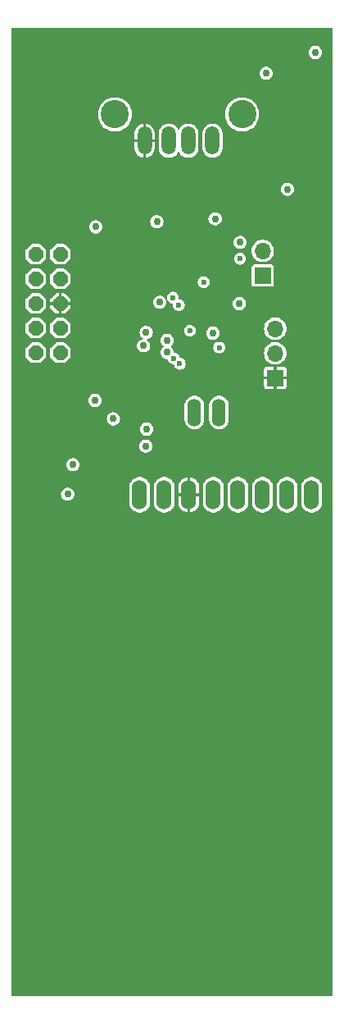
<source format=gbr>
%TF.GenerationSoftware,KiCad,Pcbnew,8.0.6*%
%TF.CreationDate,2024-11-27T18:57:57+00:00*%
%TF.ProjectId,wmk,776d6b2e-6b69-4636-9164-5f7063625858,rev?*%
%TF.SameCoordinates,Original*%
%TF.FileFunction,Copper,L3,Inr*%
%TF.FilePolarity,Positive*%
%FSLAX46Y46*%
G04 Gerber Fmt 4.6, Leading zero omitted, Abs format (unit mm)*
G04 Created by KiCad (PCBNEW 8.0.6) date 2024-11-27 18:57:57*
%MOMM*%
%LPD*%
G01*
G04 APERTURE LIST*
G04 Aperture macros list*
%AMOutline5P*
0 Free polygon, 5 corners , with rotation*
0 The origin of the aperture is its center*
0 number of corners: always 5*
0 $1 to $10 corner X, Y*
0 $11 Rotation angle, in degrees counterclockwise*
0 create outline with 5 corners*
4,1,5,$1,$2,$3,$4,$5,$6,$7,$8,$9,$10,$1,$2,$11*%
%AMOutline6P*
0 Free polygon, 6 corners , with rotation*
0 The origin of the aperture is its center*
0 number of corners: always 6*
0 $1 to $12 corner X, Y*
0 $13 Rotation angle, in degrees counterclockwise*
0 create outline with 6 corners*
4,1,6,$1,$2,$3,$4,$5,$6,$7,$8,$9,$10,$11,$12,$1,$2,$13*%
%AMOutline7P*
0 Free polygon, 7 corners , with rotation*
0 The origin of the aperture is its center*
0 number of corners: always 7*
0 $1 to $14 corner X, Y*
0 $15 Rotation angle, in degrees counterclockwise*
0 create outline with 7 corners*
4,1,7,$1,$2,$3,$4,$5,$6,$7,$8,$9,$10,$11,$12,$13,$14,$1,$2,$15*%
%AMOutline8P*
0 Free polygon, 8 corners , with rotation*
0 The origin of the aperture is its center*
0 number of corners: always 8*
0 $1 to $16 corner X, Y*
0 $17 Rotation angle, in degrees counterclockwise*
0 create outline with 8 corners*
4,1,8,$1,$2,$3,$4,$5,$6,$7,$8,$9,$10,$11,$12,$13,$14,$15,$16,$1,$2,$17*%
G04 Aperture macros list end*
%TA.AperFunction,ComponentPad*%
%ADD10R,1.700000X1.700000*%
%TD*%
%TA.AperFunction,ComponentPad*%
%ADD11O,1.700000X1.700000*%
%TD*%
%TA.AperFunction,ComponentPad*%
%ADD12O,1.422400X2.844800*%
%TD*%
%TA.AperFunction,ComponentPad*%
%ADD13O,1.458000X2.916000*%
%TD*%
%TA.AperFunction,ComponentPad*%
%ADD14C,2.900000*%
%TD*%
%TA.AperFunction,ComponentPad*%
%ADD15O,1.524000X3.048000*%
%TD*%
%TA.AperFunction,ComponentPad*%
%ADD16Outline8P,-0.762000X0.315631X-0.315631X0.762000X0.315631X0.762000X0.762000X0.315631X0.762000X-0.315631X0.315631X-0.762000X-0.315631X-0.762000X-0.762000X-0.315631X90.000000*%
%TD*%
%TA.AperFunction,ViaPad*%
%ADD17C,0.600000*%
%TD*%
%TA.AperFunction,ViaPad*%
%ADD18C,0.756400*%
%TD*%
%TA.AperFunction,ViaPad*%
%ADD19C,0.906400*%
%TD*%
G04 APERTURE END LIST*
D10*
%TO.N,/SWCLK*%
%TO.C,J2*%
X157200000Y-80625000D03*
D11*
%TO.N,/SWDIO*%
X157200000Y-78085000D03*
%TD*%
D12*
%TO.N,/RX*%
%TO.C,JP3*%
X150150000Y-94750000D03*
%TO.N,/TX*%
X152690000Y-94750000D03*
%TD*%
D13*
%TO.N,Net-(F1-Pad2)*%
%TO.C,X1*%
X152001100Y-66713600D03*
%TO.N,/USB_DM*%
X149501100Y-66713600D03*
%TO.N,/USB_DP*%
X147501100Y-66713600D03*
%TO.N,GND*%
X145001100Y-66713600D03*
D14*
%TO.N,unconnected-(X1-PadS1)*%
X155071100Y-64003600D03*
%TO.N,unconnected-(X1-PadS2)*%
X141931100Y-64003600D03*
%TD*%
D10*
%TO.N,GND*%
%TO.C,J1*%
X158500000Y-91190000D03*
D11*
%TO.N,Net-(J1-Pin_2)*%
X158500000Y-88650000D03*
%TO.N,VDD*%
X158500000Y-86110000D03*
%TD*%
D15*
%TO.N,/CLOCK*%
%TO.C,JP2*%
X162257431Y-103249369D03*
%TO.N,/DATA*%
X159717431Y-103249369D03*
%TO.N,/RESET*%
X157177431Y-103249369D03*
%TO.N,VCC*%
X154637431Y-103249369D03*
%TO.N,unconnected-(JP2-Pad5)*%
X152097431Y-103249369D03*
%TO.N,GND*%
X149557431Y-103249369D03*
%TO.N,/STATUS*%
X147017431Y-103249369D03*
%TO.N,/INUSE*%
X144477431Y-103249369D03*
%TD*%
D16*
%TO.N,Net-(U2-PB15)*%
%TO.C,JP1*%
X136271100Y-88583600D03*
%TO.N,Net-(U2-PB9)*%
X133731100Y-88583600D03*
%TO.N,VCC*%
X136271100Y-86043600D03*
%TO.N,Net-(U2-PB8)*%
X133731100Y-86043600D03*
%TO.N,GND*%
X136271100Y-83503600D03*
%TO.N,Net-(U2-PB5)*%
X133731100Y-83503600D03*
%TO.N,Net-(U2-PB14)*%
X136271100Y-80963600D03*
%TO.N,Net-(U2-PB4)*%
X133731100Y-80963600D03*
%TO.N,Net-(U2-PB13)*%
X136271100Y-78423600D03*
%TO.N,Net-(U2-PB3)*%
X133731100Y-78423600D03*
%TD*%
D17*
%TO.N,VDD*%
X154869200Y-78900000D03*
%TO.N,/SWCLK*%
X152700000Y-88053200D03*
%TO.N,/NRST*%
X151100000Y-81300000D03*
D18*
%TO.N,GND*%
X151140550Y-83459450D03*
X151650000Y-79900000D03*
X146792000Y-78272700D03*
X143210600Y-82768500D03*
X135590600Y-94274700D03*
X135819200Y-58536900D03*
D19*
X160546100Y-119446100D03*
X143083600Y-100713600D03*
D18*
X135514400Y-92064900D03*
D19*
X139781600Y-103063100D03*
D18*
%TO.N,VDD*%
X139857800Y-93512700D03*
X154793000Y-83530500D03*
X139934000Y-75605700D03*
X146563400Y-83378100D03*
X159746000Y-71719500D03*
X141762800Y-95417700D03*
X152049800Y-86578500D03*
X146258600Y-75072300D03*
%TO.N,VCC*%
X157536200Y-59756100D03*
X137038400Y-103190100D03*
X137571800Y-100142100D03*
%TO.N,Net-(U2-PA3)*%
X152278400Y-74767500D03*
X162641600Y-57622500D03*
%TO.N,Net-(U2-PB3)*%
X144887000Y-87873900D03*
%TO.N,Net-(U2-PB4)*%
X147325400Y-87340500D03*
%TO.N,Net-(U2-PB5)*%
X147325400Y-88559700D03*
D17*
%TO.N,Net-(U2-PB8)*%
X148031200Y-89204800D03*
%TO.N,Net-(U2-PB9)*%
X148627844Y-89741779D03*
D18*
%TO.N,/TX*%
X145115600Y-98237100D03*
%TO.N,/RX*%
X145191800Y-96484500D03*
%TO.N,/SWCLK*%
X145150000Y-86500000D03*
D17*
%TO.N,Net-(U2-BOOT0)*%
X149674500Y-86326084D03*
%TO.N,/USB_DP*%
X147929600Y-82905600D03*
%TO.N,/USB_DM*%
X148539200Y-83667600D03*
D18*
%TO.N,unconnected-(U2-PA2-Pad12)*%
X154869200Y-77205900D03*
%TD*%
%TA.AperFunction,Conductor*%
%TO.N,GND*%
G36*
X164376094Y-55060506D02*
G01*
X164394400Y-55104700D01*
X164394400Y-154902500D01*
X164376094Y-154946694D01*
X164331900Y-154965000D01*
X131332200Y-154965000D01*
X131288006Y-154946694D01*
X131269700Y-154902500D01*
X131269700Y-103190096D01*
X136349880Y-103190096D01*
X136349880Y-103190103D01*
X136369885Y-103354866D01*
X136369887Y-103354877D01*
X136404238Y-103445450D01*
X136428746Y-103510071D01*
X136523035Y-103646673D01*
X136647276Y-103756741D01*
X136794247Y-103833877D01*
X136955408Y-103873600D01*
X137121392Y-103873600D01*
X137282553Y-103833877D01*
X137429524Y-103756741D01*
X137553765Y-103646673D01*
X137648054Y-103510071D01*
X137706913Y-103354874D01*
X137726920Y-103190100D01*
X137706913Y-103025326D01*
X137706912Y-103025324D01*
X137706912Y-103025322D01*
X137648055Y-102870132D01*
X137648054Y-102870129D01*
X137553765Y-102733527D01*
X137429524Y-102623459D01*
X137429523Y-102623458D01*
X137282555Y-102546324D01*
X137282554Y-102546323D01*
X137282553Y-102546323D01*
X137174109Y-102519593D01*
X137121393Y-102506600D01*
X137121392Y-102506600D01*
X136955408Y-102506600D01*
X136955406Y-102506600D01*
X136849972Y-102532587D01*
X136794247Y-102546323D01*
X136794246Y-102546323D01*
X136794244Y-102546324D01*
X136647276Y-102623458D01*
X136523036Y-102733525D01*
X136428744Y-102870132D01*
X136369887Y-103025322D01*
X136369885Y-103025333D01*
X136349880Y-103190096D01*
X131269700Y-103190096D01*
X131269700Y-102382248D01*
X143410131Y-102382248D01*
X143410131Y-104116489D01*
X143451146Y-104322687D01*
X143451146Y-104322688D01*
X143531347Y-104516309D01*
X143531602Y-104516925D01*
X143648405Y-104691733D01*
X143797067Y-104840395D01*
X143971875Y-104957198D01*
X144166111Y-105037653D01*
X144372311Y-105078669D01*
X144582551Y-105078669D01*
X144788751Y-105037653D01*
X144982987Y-104957198D01*
X145157795Y-104840395D01*
X145306457Y-104691733D01*
X145423260Y-104516925D01*
X145503715Y-104322689D01*
X145544731Y-104116489D01*
X145544731Y-102382249D01*
X145544731Y-102382248D01*
X145950131Y-102382248D01*
X145950131Y-104116489D01*
X145991146Y-104322687D01*
X145991146Y-104322688D01*
X146071347Y-104516309D01*
X146071602Y-104516925D01*
X146188405Y-104691733D01*
X146337067Y-104840395D01*
X146511875Y-104957198D01*
X146706111Y-105037653D01*
X146912311Y-105078669D01*
X147122551Y-105078669D01*
X147328751Y-105037653D01*
X147522987Y-104957198D01*
X147697795Y-104840395D01*
X147846457Y-104691733D01*
X147963260Y-104516925D01*
X148043715Y-104322689D01*
X148084731Y-104116489D01*
X148084731Y-102382376D01*
X148491431Y-102382376D01*
X148491431Y-103097369D01*
X149072239Y-103097369D01*
X149049431Y-103182489D01*
X149049431Y-103316249D01*
X149072239Y-103401369D01*
X148491431Y-103401369D01*
X148491431Y-104116361D01*
X148532396Y-104322308D01*
X148532396Y-104322309D01*
X148612754Y-104516309D01*
X148612755Y-104516311D01*
X148729414Y-104690903D01*
X148877896Y-104839385D01*
X149052488Y-104956044D01*
X149052490Y-104956045D01*
X149246488Y-105036402D01*
X149246491Y-105036403D01*
X149405430Y-105068018D01*
X149405431Y-105068017D01*
X149405431Y-103734561D01*
X149490551Y-103757369D01*
X149624311Y-103757369D01*
X149709431Y-103734561D01*
X149709431Y-105068018D01*
X149868370Y-105036403D01*
X149868373Y-105036402D01*
X150062371Y-104956045D01*
X150062373Y-104956044D01*
X150236965Y-104839385D01*
X150385447Y-104690903D01*
X150502106Y-104516311D01*
X150502107Y-104516309D01*
X150582465Y-104322309D01*
X150582465Y-104322308D01*
X150623430Y-104116361D01*
X150623431Y-104116361D01*
X150623431Y-103401369D01*
X150042623Y-103401369D01*
X150065431Y-103316249D01*
X150065431Y-103182489D01*
X150042623Y-103097369D01*
X150623431Y-103097369D01*
X150623431Y-102382377D01*
X150623430Y-102382376D01*
X150623405Y-102382248D01*
X151030131Y-102382248D01*
X151030131Y-104116489D01*
X151071146Y-104322687D01*
X151071146Y-104322688D01*
X151151347Y-104516309D01*
X151151602Y-104516925D01*
X151268405Y-104691733D01*
X151417067Y-104840395D01*
X151591875Y-104957198D01*
X151786111Y-105037653D01*
X151992311Y-105078669D01*
X152202551Y-105078669D01*
X152408751Y-105037653D01*
X152602987Y-104957198D01*
X152777795Y-104840395D01*
X152926457Y-104691733D01*
X153043260Y-104516925D01*
X153123715Y-104322689D01*
X153164731Y-104116489D01*
X153164731Y-102382249D01*
X153164731Y-102382248D01*
X153570131Y-102382248D01*
X153570131Y-104116489D01*
X153611146Y-104322687D01*
X153611146Y-104322688D01*
X153691347Y-104516309D01*
X153691602Y-104516925D01*
X153808405Y-104691733D01*
X153957067Y-104840395D01*
X154131875Y-104957198D01*
X154326111Y-105037653D01*
X154532311Y-105078669D01*
X154742551Y-105078669D01*
X154948751Y-105037653D01*
X155142987Y-104957198D01*
X155317795Y-104840395D01*
X155466457Y-104691733D01*
X155583260Y-104516925D01*
X155663715Y-104322689D01*
X155704731Y-104116489D01*
X155704731Y-102382249D01*
X155704731Y-102382248D01*
X156110131Y-102382248D01*
X156110131Y-104116489D01*
X156151146Y-104322687D01*
X156151146Y-104322688D01*
X156231347Y-104516309D01*
X156231602Y-104516925D01*
X156348405Y-104691733D01*
X156497067Y-104840395D01*
X156671875Y-104957198D01*
X156866111Y-105037653D01*
X157072311Y-105078669D01*
X157282551Y-105078669D01*
X157488751Y-105037653D01*
X157682987Y-104957198D01*
X157857795Y-104840395D01*
X158006457Y-104691733D01*
X158123260Y-104516925D01*
X158203715Y-104322689D01*
X158244731Y-104116489D01*
X158244731Y-102382249D01*
X158244731Y-102382248D01*
X158650131Y-102382248D01*
X158650131Y-104116489D01*
X158691146Y-104322687D01*
X158691146Y-104322688D01*
X158771347Y-104516309D01*
X158771602Y-104516925D01*
X158888405Y-104691733D01*
X159037067Y-104840395D01*
X159211875Y-104957198D01*
X159406111Y-105037653D01*
X159612311Y-105078669D01*
X159822551Y-105078669D01*
X160028751Y-105037653D01*
X160222987Y-104957198D01*
X160397795Y-104840395D01*
X160546457Y-104691733D01*
X160663260Y-104516925D01*
X160743715Y-104322689D01*
X160784731Y-104116489D01*
X160784731Y-102382249D01*
X160784731Y-102382248D01*
X161190131Y-102382248D01*
X161190131Y-104116489D01*
X161231146Y-104322687D01*
X161231146Y-104322688D01*
X161311347Y-104516309D01*
X161311602Y-104516925D01*
X161428405Y-104691733D01*
X161577067Y-104840395D01*
X161751875Y-104957198D01*
X161946111Y-105037653D01*
X162152311Y-105078669D01*
X162362551Y-105078669D01*
X162568751Y-105037653D01*
X162762987Y-104957198D01*
X162937795Y-104840395D01*
X163086457Y-104691733D01*
X163203260Y-104516925D01*
X163283715Y-104322689D01*
X163324731Y-104116489D01*
X163324731Y-102382249D01*
X163283715Y-102176049D01*
X163203260Y-101981813D01*
X163086457Y-101807005D01*
X162937795Y-101658343D01*
X162764713Y-101542693D01*
X162762989Y-101541541D01*
X162762987Y-101541540D01*
X162568749Y-101461084D01*
X162362551Y-101420069D01*
X162152311Y-101420069D01*
X161946112Y-101461084D01*
X161946111Y-101461084D01*
X161751874Y-101541540D01*
X161751872Y-101541541D01*
X161577067Y-101658342D01*
X161428404Y-101807005D01*
X161311603Y-101981810D01*
X161311602Y-101981812D01*
X161231146Y-102176049D01*
X161231146Y-102176050D01*
X161190131Y-102382248D01*
X160784731Y-102382248D01*
X160743715Y-102176049D01*
X160663260Y-101981813D01*
X160546457Y-101807005D01*
X160397795Y-101658343D01*
X160224713Y-101542693D01*
X160222989Y-101541541D01*
X160222987Y-101541540D01*
X160028749Y-101461084D01*
X159822551Y-101420069D01*
X159612311Y-101420069D01*
X159406112Y-101461084D01*
X159406111Y-101461084D01*
X159211874Y-101541540D01*
X159211872Y-101541541D01*
X159037067Y-101658342D01*
X158888404Y-101807005D01*
X158771603Y-101981810D01*
X158771602Y-101981812D01*
X158691146Y-102176049D01*
X158691146Y-102176050D01*
X158650131Y-102382248D01*
X158244731Y-102382248D01*
X158203715Y-102176049D01*
X158123260Y-101981813D01*
X158006457Y-101807005D01*
X157857795Y-101658343D01*
X157684713Y-101542693D01*
X157682989Y-101541541D01*
X157682987Y-101541540D01*
X157488749Y-101461084D01*
X157282551Y-101420069D01*
X157072311Y-101420069D01*
X156866112Y-101461084D01*
X156866111Y-101461084D01*
X156671874Y-101541540D01*
X156671872Y-101541541D01*
X156497067Y-101658342D01*
X156348404Y-101807005D01*
X156231603Y-101981810D01*
X156231602Y-101981812D01*
X156151146Y-102176049D01*
X156151146Y-102176050D01*
X156110131Y-102382248D01*
X155704731Y-102382248D01*
X155663715Y-102176049D01*
X155583260Y-101981813D01*
X155466457Y-101807005D01*
X155317795Y-101658343D01*
X155144713Y-101542693D01*
X155142989Y-101541541D01*
X155142987Y-101541540D01*
X154948749Y-101461084D01*
X154742551Y-101420069D01*
X154532311Y-101420069D01*
X154326112Y-101461084D01*
X154326111Y-101461084D01*
X154131874Y-101541540D01*
X154131872Y-101541541D01*
X153957067Y-101658342D01*
X153808404Y-101807005D01*
X153691603Y-101981810D01*
X153691602Y-101981812D01*
X153611146Y-102176049D01*
X153611146Y-102176050D01*
X153570131Y-102382248D01*
X153164731Y-102382248D01*
X153123715Y-102176049D01*
X153043260Y-101981813D01*
X152926457Y-101807005D01*
X152777795Y-101658343D01*
X152604713Y-101542693D01*
X152602989Y-101541541D01*
X152602987Y-101541540D01*
X152408749Y-101461084D01*
X152202551Y-101420069D01*
X151992311Y-101420069D01*
X151786112Y-101461084D01*
X151786111Y-101461084D01*
X151591874Y-101541540D01*
X151591872Y-101541541D01*
X151417067Y-101658342D01*
X151268404Y-101807005D01*
X151151603Y-101981810D01*
X151151602Y-101981812D01*
X151071146Y-102176049D01*
X151071146Y-102176050D01*
X151030131Y-102382248D01*
X150623405Y-102382248D01*
X150582465Y-102176429D01*
X150582465Y-102176428D01*
X150502107Y-101982428D01*
X150502106Y-101982426D01*
X150385447Y-101807834D01*
X150236965Y-101659352D01*
X150062373Y-101542693D01*
X150062371Y-101542692D01*
X149868370Y-101462334D01*
X149709431Y-101430719D01*
X149709431Y-102764176D01*
X149624311Y-102741369D01*
X149490551Y-102741369D01*
X149405431Y-102764176D01*
X149405431Y-101430719D01*
X149405430Y-101430719D01*
X149246491Y-101462334D01*
X149246490Y-101462334D01*
X149052490Y-101542692D01*
X149052488Y-101542693D01*
X148877896Y-101659352D01*
X148729414Y-101807834D01*
X148612755Y-101982426D01*
X148612754Y-101982428D01*
X148532396Y-102176428D01*
X148532396Y-102176429D01*
X148491431Y-102382376D01*
X148084731Y-102382376D01*
X148084731Y-102382249D01*
X148043715Y-102176049D01*
X147963260Y-101981813D01*
X147846457Y-101807005D01*
X147697795Y-101658343D01*
X147524713Y-101542693D01*
X147522989Y-101541541D01*
X147522987Y-101541540D01*
X147328749Y-101461084D01*
X147122551Y-101420069D01*
X146912311Y-101420069D01*
X146706112Y-101461084D01*
X146706111Y-101461084D01*
X146511874Y-101541540D01*
X146511872Y-101541541D01*
X146337067Y-101658342D01*
X146188404Y-101807005D01*
X146071603Y-101981810D01*
X146071602Y-101981812D01*
X145991146Y-102176049D01*
X145991146Y-102176050D01*
X145950131Y-102382248D01*
X145544731Y-102382248D01*
X145503715Y-102176049D01*
X145423260Y-101981813D01*
X145306457Y-101807005D01*
X145157795Y-101658343D01*
X144984713Y-101542693D01*
X144982989Y-101541541D01*
X144982987Y-101541540D01*
X144788749Y-101461084D01*
X144582551Y-101420069D01*
X144372311Y-101420069D01*
X144166112Y-101461084D01*
X144166111Y-101461084D01*
X143971874Y-101541540D01*
X143971872Y-101541541D01*
X143797067Y-101658342D01*
X143648404Y-101807005D01*
X143531603Y-101981810D01*
X143531602Y-101981812D01*
X143451146Y-102176049D01*
X143451146Y-102176050D01*
X143410131Y-102382248D01*
X131269700Y-102382248D01*
X131269700Y-100142096D01*
X136883280Y-100142096D01*
X136883280Y-100142103D01*
X136903285Y-100306866D01*
X136903287Y-100306877D01*
X136962144Y-100462067D01*
X136962146Y-100462071D01*
X137056435Y-100598673D01*
X137180676Y-100708741D01*
X137327647Y-100785877D01*
X137488808Y-100825600D01*
X137654792Y-100825600D01*
X137815953Y-100785877D01*
X137962924Y-100708741D01*
X138087165Y-100598673D01*
X138181454Y-100462071D01*
X138240313Y-100306874D01*
X138260320Y-100142100D01*
X138240313Y-99977326D01*
X138240312Y-99977324D01*
X138240312Y-99977322D01*
X138181455Y-99822132D01*
X138181454Y-99822129D01*
X138087165Y-99685527D01*
X137962924Y-99575459D01*
X137962923Y-99575458D01*
X137815955Y-99498324D01*
X137815954Y-99498323D01*
X137815953Y-99498323D01*
X137707509Y-99471593D01*
X137654793Y-99458600D01*
X137654792Y-99458600D01*
X137488808Y-99458600D01*
X137488806Y-99458600D01*
X137383372Y-99484587D01*
X137327647Y-99498323D01*
X137327646Y-99498323D01*
X137327644Y-99498324D01*
X137180676Y-99575458D01*
X137056436Y-99685525D01*
X136962144Y-99822132D01*
X136903287Y-99977322D01*
X136903285Y-99977333D01*
X136883280Y-100142096D01*
X131269700Y-100142096D01*
X131269700Y-98237096D01*
X144427080Y-98237096D01*
X144427080Y-98237103D01*
X144447085Y-98401866D01*
X144447087Y-98401877D01*
X144505944Y-98557067D01*
X144505946Y-98557071D01*
X144600235Y-98693673D01*
X144724476Y-98803741D01*
X144871447Y-98880877D01*
X145032608Y-98920600D01*
X145198592Y-98920600D01*
X145359753Y-98880877D01*
X145506724Y-98803741D01*
X145630965Y-98693673D01*
X145725254Y-98557071D01*
X145784113Y-98401874D01*
X145804120Y-98237100D01*
X145784113Y-98072326D01*
X145784112Y-98072324D01*
X145784112Y-98072322D01*
X145725255Y-97917132D01*
X145725254Y-97917129D01*
X145630965Y-97780527D01*
X145506724Y-97670459D01*
X145506723Y-97670458D01*
X145359755Y-97593324D01*
X145359754Y-97593323D01*
X145359753Y-97593323D01*
X145251309Y-97566593D01*
X145198593Y-97553600D01*
X145198592Y-97553600D01*
X145032608Y-97553600D01*
X145032606Y-97553600D01*
X144927172Y-97579587D01*
X144871447Y-97593323D01*
X144871446Y-97593323D01*
X144871444Y-97593324D01*
X144724476Y-97670458D01*
X144600236Y-97780525D01*
X144505944Y-97917132D01*
X144447087Y-98072322D01*
X144447085Y-98072333D01*
X144427080Y-98237096D01*
X131269700Y-98237096D01*
X131269700Y-96484496D01*
X144503280Y-96484496D01*
X144503280Y-96484503D01*
X144523285Y-96649266D01*
X144523287Y-96649277D01*
X144582144Y-96804467D01*
X144582146Y-96804471D01*
X144676435Y-96941073D01*
X144800676Y-97051141D01*
X144947647Y-97128277D01*
X145108808Y-97168000D01*
X145274792Y-97168000D01*
X145435953Y-97128277D01*
X145582924Y-97051141D01*
X145707165Y-96941073D01*
X145801454Y-96804471D01*
X145860313Y-96649274D01*
X145880320Y-96484500D01*
X145879494Y-96477700D01*
X145860314Y-96319733D01*
X145860312Y-96319722D01*
X145801455Y-96164532D01*
X145801454Y-96164529D01*
X145707165Y-96027927D01*
X145582924Y-95917859D01*
X145582923Y-95917858D01*
X145435955Y-95840724D01*
X145435954Y-95840723D01*
X145435953Y-95840723D01*
X145327509Y-95813993D01*
X145274793Y-95801000D01*
X145274792Y-95801000D01*
X145108808Y-95801000D01*
X145108806Y-95801000D01*
X145003372Y-95826987D01*
X144947647Y-95840723D01*
X144947646Y-95840723D01*
X144947644Y-95840724D01*
X144800676Y-95917858D01*
X144676436Y-96027925D01*
X144582144Y-96164532D01*
X144523287Y-96319722D01*
X144523285Y-96319733D01*
X144503280Y-96484496D01*
X131269700Y-96484496D01*
X131269700Y-95417696D01*
X141074280Y-95417696D01*
X141074280Y-95417703D01*
X141094285Y-95582466D01*
X141094287Y-95582477D01*
X141153144Y-95737667D01*
X141153146Y-95737671D01*
X141224278Y-95840724D01*
X141247436Y-95874274D01*
X141371676Y-95984341D01*
X141518647Y-96061477D01*
X141679808Y-96101200D01*
X141845792Y-96101200D01*
X142006953Y-96061477D01*
X142153924Y-95984341D01*
X142278165Y-95874273D01*
X142372454Y-95737671D01*
X142431313Y-95582474D01*
X142451320Y-95417700D01*
X142431313Y-95252926D01*
X142431312Y-95252924D01*
X142431312Y-95252922D01*
X142372455Y-95097732D01*
X142372454Y-95097729D01*
X142278165Y-94961127D01*
X142153924Y-94851059D01*
X142153923Y-94851058D01*
X142006955Y-94773924D01*
X142006954Y-94773923D01*
X142006953Y-94773923D01*
X141898509Y-94747193D01*
X141845793Y-94734200D01*
X141845792Y-94734200D01*
X141679808Y-94734200D01*
X141679806Y-94734200D01*
X141574372Y-94760187D01*
X141518647Y-94773923D01*
X141518646Y-94773923D01*
X141518644Y-94773924D01*
X141371676Y-94851058D01*
X141247436Y-94961125D01*
X141153144Y-95097732D01*
X141094287Y-95252922D01*
X141094285Y-95252933D01*
X141074280Y-95417696D01*
X131269700Y-95417696D01*
X131269700Y-93512696D01*
X139169280Y-93512696D01*
X139169280Y-93512703D01*
X139189285Y-93677466D01*
X139189287Y-93677477D01*
X139248144Y-93832667D01*
X139248146Y-93832671D01*
X139342435Y-93969273D01*
X139466676Y-94079341D01*
X139613647Y-94156477D01*
X139774808Y-94196200D01*
X139940792Y-94196200D01*
X140101953Y-94156477D01*
X140248924Y-94079341D01*
X140373165Y-93969273D01*
X140394280Y-93938683D01*
X149133500Y-93938683D01*
X149133500Y-95561316D01*
X149172563Y-95757700D01*
X149249190Y-95942693D01*
X149249191Y-95942696D01*
X149360432Y-96109180D01*
X149502019Y-96250767D01*
X149668503Y-96362008D01*
X149668505Y-96362008D01*
X149668507Y-96362010D01*
X149853498Y-96438636D01*
X150049884Y-96477700D01*
X150250116Y-96477700D01*
X150446502Y-96438636D01*
X150631493Y-96362010D01*
X150797981Y-96250767D01*
X150939567Y-96109181D01*
X151050810Y-95942693D01*
X151127436Y-95757702D01*
X151166500Y-95561316D01*
X151166500Y-93938684D01*
X151166500Y-93938683D01*
X151673500Y-93938683D01*
X151673500Y-95561316D01*
X151712563Y-95757700D01*
X151789190Y-95942693D01*
X151789191Y-95942696D01*
X151900432Y-96109180D01*
X152042019Y-96250767D01*
X152208503Y-96362008D01*
X152208505Y-96362008D01*
X152208507Y-96362010D01*
X152393498Y-96438636D01*
X152589884Y-96477700D01*
X152790116Y-96477700D01*
X152986502Y-96438636D01*
X153171493Y-96362010D01*
X153337981Y-96250767D01*
X153479567Y-96109181D01*
X153590810Y-95942693D01*
X153667436Y-95757702D01*
X153706500Y-95561316D01*
X153706500Y-93938684D01*
X153667436Y-93742298D01*
X153590810Y-93557307D01*
X153590808Y-93557305D01*
X153590808Y-93557303D01*
X153479567Y-93390819D01*
X153337980Y-93249232D01*
X153171496Y-93137991D01*
X153171493Y-93137990D01*
X152986500Y-93061363D01*
X152790116Y-93022300D01*
X152589884Y-93022300D01*
X152393499Y-93061363D01*
X152208506Y-93137990D01*
X152208503Y-93137991D01*
X152042019Y-93249232D01*
X151900432Y-93390819D01*
X151789191Y-93557303D01*
X151789190Y-93557306D01*
X151712563Y-93742299D01*
X151673500Y-93938683D01*
X151166500Y-93938683D01*
X151127436Y-93742298D01*
X151050810Y-93557307D01*
X151050808Y-93557305D01*
X151050808Y-93557303D01*
X150939567Y-93390819D01*
X150797980Y-93249232D01*
X150631496Y-93137991D01*
X150631493Y-93137990D01*
X150446500Y-93061363D01*
X150250116Y-93022300D01*
X150049884Y-93022300D01*
X149853499Y-93061363D01*
X149668506Y-93137990D01*
X149668503Y-93137991D01*
X149502019Y-93249232D01*
X149360432Y-93390819D01*
X149249191Y-93557303D01*
X149249190Y-93557306D01*
X149172563Y-93742299D01*
X149133500Y-93938683D01*
X140394280Y-93938683D01*
X140467454Y-93832671D01*
X140526313Y-93677474D01*
X140540904Y-93557306D01*
X140546320Y-93512703D01*
X140546320Y-93512696D01*
X140526314Y-93347933D01*
X140526312Y-93347922D01*
X140467455Y-93192732D01*
X140467454Y-93192729D01*
X140373165Y-93056127D01*
X140248924Y-92946059D01*
X140248923Y-92946058D01*
X140101955Y-92868924D01*
X140101954Y-92868923D01*
X140101953Y-92868923D01*
X139993509Y-92842193D01*
X139940793Y-92829200D01*
X139940792Y-92829200D01*
X139774808Y-92829200D01*
X139774806Y-92829200D01*
X139669372Y-92855187D01*
X139613647Y-92868923D01*
X139613646Y-92868923D01*
X139613644Y-92868924D01*
X139466676Y-92946058D01*
X139342436Y-93056125D01*
X139248144Y-93192732D01*
X139189287Y-93347922D01*
X139189285Y-93347933D01*
X139169280Y-93512696D01*
X131269700Y-93512696D01*
X131269700Y-88217285D01*
X132663799Y-88217285D01*
X132663799Y-88949916D01*
X132665199Y-88963333D01*
X132665202Y-88963345D01*
X132708876Y-89068783D01*
X132708878Y-89068786D01*
X132708880Y-89068790D01*
X132717383Y-89079274D01*
X133235430Y-89597322D01*
X133245910Y-89605820D01*
X133351362Y-89649500D01*
X133364782Y-89650900D01*
X134097414Y-89650901D01*
X134110838Y-89649500D01*
X134216290Y-89605820D01*
X134226774Y-89597317D01*
X134744822Y-89079270D01*
X134753320Y-89068790D01*
X134797000Y-88963338D01*
X134798400Y-88949918D01*
X134798401Y-88217286D01*
X134798401Y-88217285D01*
X135203799Y-88217285D01*
X135203799Y-88949916D01*
X135205199Y-88963333D01*
X135205202Y-88963345D01*
X135248876Y-89068783D01*
X135248878Y-89068786D01*
X135248880Y-89068790D01*
X135257383Y-89079274D01*
X135775430Y-89597322D01*
X135785910Y-89605820D01*
X135891362Y-89649500D01*
X135904782Y-89650900D01*
X136637414Y-89650901D01*
X136650838Y-89649500D01*
X136756290Y-89605820D01*
X136766774Y-89597317D01*
X137284822Y-89079270D01*
X137293320Y-89068790D01*
X137337000Y-88963338D01*
X137338400Y-88949918D01*
X137338401Y-88217286D01*
X137337000Y-88203862D01*
X137295274Y-88103127D01*
X137293323Y-88098416D01*
X137293321Y-88098414D01*
X137293320Y-88098410D01*
X137284817Y-88087926D01*
X137070787Y-87873896D01*
X144198480Y-87873896D01*
X144198480Y-87873903D01*
X144218485Y-88038666D01*
X144218487Y-88038677D01*
X144277344Y-88193867D01*
X144277346Y-88193871D01*
X144371635Y-88330473D01*
X144495876Y-88440541D01*
X144642847Y-88517677D01*
X144804008Y-88557400D01*
X144969992Y-88557400D01*
X145131153Y-88517677D01*
X145278124Y-88440541D01*
X145402365Y-88330473D01*
X145496654Y-88193871D01*
X145550005Y-88053198D01*
X145555512Y-88038677D01*
X145555514Y-88038666D01*
X145575520Y-87873903D01*
X145575520Y-87873896D01*
X145555514Y-87709133D01*
X145555512Y-87709122D01*
X145496655Y-87553932D01*
X145496654Y-87553929D01*
X145402365Y-87417327D01*
X145315641Y-87340496D01*
X146636880Y-87340496D01*
X146636880Y-87340503D01*
X146656885Y-87505266D01*
X146656887Y-87505277D01*
X146700963Y-87621493D01*
X146715746Y-87660471D01*
X146776122Y-87747941D01*
X146810036Y-87797074D01*
X146929960Y-87903318D01*
X146950901Y-87946327D01*
X146935297Y-87991545D01*
X146929960Y-87996882D01*
X146810036Y-88103125D01*
X146715744Y-88239732D01*
X146656887Y-88394922D01*
X146656885Y-88394933D01*
X146636880Y-88559696D01*
X146636880Y-88559703D01*
X146656885Y-88724466D01*
X146656887Y-88724477D01*
X146715744Y-88879667D01*
X146715746Y-88879671D01*
X146773495Y-88963335D01*
X146810036Y-89016274D01*
X146934276Y-89126341D01*
X147081247Y-89203477D01*
X147242408Y-89243200D01*
X147370921Y-89243200D01*
X147415115Y-89261506D01*
X147432886Y-89297542D01*
X147441478Y-89362808D01*
X147441481Y-89362818D01*
X147502470Y-89510059D01*
X147502472Y-89510062D01*
X147599494Y-89636505D01*
X147725937Y-89733527D01*
X147725940Y-89733529D01*
X147745860Y-89741780D01*
X147873185Y-89794520D01*
X147873191Y-89794520D01*
X147873192Y-89794521D01*
X147895377Y-89797441D01*
X147979380Y-89808500D01*
X148020807Y-89832417D01*
X148033188Y-89862307D01*
X148038122Y-89899786D01*
X148038125Y-89899797D01*
X148099114Y-90047038D01*
X148099116Y-90047041D01*
X148196138Y-90173484D01*
X148293161Y-90247931D01*
X148322582Y-90270507D01*
X148469829Y-90331499D01*
X148469833Y-90331499D01*
X148469835Y-90331500D01*
X148627842Y-90352302D01*
X148627844Y-90352302D01*
X148627846Y-90352302D01*
X148785852Y-90331500D01*
X148785852Y-90331499D01*
X148785859Y-90331499D01*
X148874914Y-90294611D01*
X157346000Y-90294611D01*
X157346000Y-91038000D01*
X158023091Y-91038000D01*
X158000000Y-91124174D01*
X158000000Y-91255826D01*
X158023091Y-91342000D01*
X157346001Y-91342000D01*
X157346001Y-92085388D01*
X157348949Y-92110807D01*
X157348949Y-92110808D01*
X157394857Y-92214778D01*
X157475221Y-92295142D01*
X157579194Y-92341051D01*
X157604611Y-92343999D01*
X158348000Y-92343999D01*
X158348000Y-91666909D01*
X158434174Y-91690000D01*
X158565826Y-91690000D01*
X158652000Y-91666909D01*
X158652000Y-92343999D01*
X159395388Y-92343999D01*
X159420807Y-92341050D01*
X159420808Y-92341050D01*
X159524778Y-92295142D01*
X159605142Y-92214778D01*
X159651051Y-92110805D01*
X159654000Y-92085388D01*
X159654000Y-91342000D01*
X158976909Y-91342000D01*
X159000000Y-91255826D01*
X159000000Y-91124174D01*
X158976909Y-91038000D01*
X159653999Y-91038000D01*
X159653999Y-90294611D01*
X159651050Y-90269192D01*
X159651050Y-90269191D01*
X159605142Y-90165221D01*
X159524778Y-90084857D01*
X159420805Y-90038948D01*
X159395389Y-90036000D01*
X158652000Y-90036000D01*
X158652000Y-90713090D01*
X158565826Y-90690000D01*
X158434174Y-90690000D01*
X158348000Y-90713090D01*
X158348000Y-90036000D01*
X157604611Y-90036000D01*
X157579192Y-90038949D01*
X157579191Y-90038949D01*
X157475221Y-90084857D01*
X157394857Y-90165221D01*
X157348948Y-90269194D01*
X157346000Y-90294611D01*
X148874914Y-90294611D01*
X148933106Y-90270507D01*
X149059549Y-90173484D01*
X149156572Y-90047041D01*
X149217564Y-89899794D01*
X149230004Y-89805300D01*
X149238367Y-89741780D01*
X149238367Y-89741777D01*
X149217565Y-89583770D01*
X149217564Y-89583768D01*
X149217564Y-89583764D01*
X149156572Y-89436518D01*
X149059549Y-89310074D01*
X149059547Y-89310073D01*
X149059547Y-89310072D01*
X148933106Y-89213051D01*
X148933103Y-89213049D01*
X148785862Y-89152060D01*
X148785852Y-89152057D01*
X148679661Y-89138077D01*
X148638234Y-89114160D01*
X148625854Y-89084271D01*
X148620920Y-89046785D01*
X148559928Y-88899539D01*
X148462905Y-88773095D01*
X148462903Y-88773094D01*
X148462903Y-88773093D01*
X148336462Y-88676072D01*
X148336459Y-88676070D01*
X148189218Y-88615081D01*
X148189216Y-88615080D01*
X148189215Y-88615080D01*
X148189213Y-88615079D01*
X148189207Y-88615078D01*
X148065951Y-88598851D01*
X148024524Y-88574933D01*
X148012065Y-88544419D01*
X147993914Y-88394933D01*
X147993912Y-88394922D01*
X147935055Y-88239732D01*
X147935054Y-88239729D01*
X147840765Y-88103127D01*
X147835447Y-88098416D01*
X147784407Y-88053198D01*
X152089477Y-88053198D01*
X152089477Y-88053201D01*
X152110278Y-88211208D01*
X152110281Y-88211218D01*
X152171270Y-88358459D01*
X152171272Y-88358462D01*
X152268294Y-88484905D01*
X152394737Y-88581927D01*
X152394740Y-88581929D01*
X152443820Y-88602258D01*
X152541985Y-88642920D01*
X152541989Y-88642920D01*
X152541991Y-88642921D01*
X152699998Y-88663723D01*
X152700000Y-88663723D01*
X152700002Y-88663723D01*
X152804268Y-88649996D01*
X157339751Y-88649996D01*
X157339751Y-88650003D01*
X157359504Y-88863187D01*
X157359506Y-88863198D01*
X157418001Y-89068783D01*
X157418100Y-89069130D01*
X157513536Y-89260792D01*
X157642566Y-89431655D01*
X157749887Y-89529491D01*
X157800789Y-89575895D01*
X157800790Y-89575896D01*
X157800794Y-89575899D01*
X157982833Y-89688612D01*
X158182483Y-89765957D01*
X158392946Y-89805300D01*
X158392949Y-89805300D01*
X158607051Y-89805300D01*
X158607054Y-89805300D01*
X158817517Y-89765957D01*
X159017167Y-89688612D01*
X159199206Y-89575899D01*
X159357434Y-89431655D01*
X159486464Y-89260792D01*
X159581900Y-89069130D01*
X159640494Y-88863195D01*
X159657833Y-88676072D01*
X159660249Y-88650003D01*
X159660249Y-88649996D01*
X159640495Y-88436812D01*
X159640493Y-88436801D01*
X159610240Y-88330474D01*
X159581900Y-88230870D01*
X159486464Y-88039208D01*
X159357434Y-87868345D01*
X159258171Y-87777855D01*
X159199210Y-87724104D01*
X159199207Y-87724102D01*
X159199206Y-87724101D01*
X159017167Y-87611388D01*
X159017165Y-87611387D01*
X158868856Y-87553932D01*
X158817517Y-87534043D01*
X158817516Y-87534042D01*
X158817514Y-87534042D01*
X158607056Y-87494700D01*
X158607054Y-87494700D01*
X158392946Y-87494700D01*
X158392943Y-87494700D01*
X158182485Y-87534042D01*
X157982834Y-87611387D01*
X157800789Y-87724104D01*
X157642564Y-87868347D01*
X157642562Y-87868349D01*
X157513536Y-88039208D01*
X157418100Y-88230869D01*
X157359506Y-88436801D01*
X157359504Y-88436812D01*
X157339751Y-88649996D01*
X152804268Y-88649996D01*
X152858008Y-88642921D01*
X152858008Y-88642920D01*
X152858015Y-88642920D01*
X153005262Y-88581928D01*
X153131705Y-88484905D01*
X153228728Y-88358462D01*
X153289720Y-88211215D01*
X153304571Y-88098409D01*
X153310523Y-88053201D01*
X153310523Y-88053198D01*
X153289721Y-87895191D01*
X153289720Y-87895189D01*
X153289720Y-87895185D01*
X153228728Y-87747939D01*
X153131705Y-87621495D01*
X153131703Y-87621494D01*
X153131703Y-87621493D01*
X153005262Y-87524472D01*
X153005259Y-87524470D01*
X152858018Y-87463481D01*
X152858008Y-87463478D01*
X152700002Y-87442677D01*
X152699998Y-87442677D01*
X152541991Y-87463478D01*
X152541981Y-87463481D01*
X152394741Y-87524470D01*
X152394738Y-87524472D01*
X152268295Y-87621495D01*
X152171272Y-87747938D01*
X152171270Y-87747941D01*
X152110281Y-87895181D01*
X152110278Y-87895191D01*
X152089477Y-88053198D01*
X147784407Y-88053198D01*
X147720839Y-87996882D01*
X147699898Y-87953874D01*
X147715502Y-87908655D01*
X147720839Y-87903318D01*
X147840765Y-87797073D01*
X147935054Y-87660471D01*
X147993913Y-87505274D01*
X148013920Y-87340500D01*
X148004388Y-87262000D01*
X147993914Y-87175733D01*
X147993912Y-87175722D01*
X147935055Y-87020532D01*
X147935054Y-87020529D01*
X147840765Y-86883927D01*
X147716524Y-86773859D01*
X147716523Y-86773858D01*
X147569555Y-86696724D01*
X147569554Y-86696723D01*
X147569553Y-86696723D01*
X147461109Y-86669993D01*
X147408393Y-86657000D01*
X147408392Y-86657000D01*
X147242408Y-86657000D01*
X147242406Y-86657000D01*
X147136972Y-86682987D01*
X147081247Y-86696723D01*
X147081246Y-86696723D01*
X147081244Y-86696724D01*
X146934276Y-86773858D01*
X146810036Y-86883925D01*
X146715744Y-87020532D01*
X146656887Y-87175722D01*
X146656885Y-87175733D01*
X146636880Y-87340496D01*
X145315641Y-87340496D01*
X145278124Y-87307259D01*
X145278123Y-87307258D01*
X145249173Y-87292064D01*
X145218548Y-87255317D01*
X145222877Y-87207678D01*
X145259624Y-87177053D01*
X145263252Y-87176041D01*
X145394153Y-87143777D01*
X145541124Y-87066641D01*
X145665365Y-86956573D01*
X145759654Y-86819971D01*
X145818513Y-86664774D01*
X145828988Y-86578503D01*
X145838520Y-86500003D01*
X145838520Y-86499996D01*
X145818514Y-86335233D01*
X145818512Y-86335222D01*
X145815046Y-86326082D01*
X149063977Y-86326082D01*
X149063977Y-86326085D01*
X149084778Y-86484092D01*
X149084781Y-86484102D01*
X149145770Y-86631343D01*
X149145772Y-86631346D01*
X149242794Y-86757789D01*
X149323827Y-86819967D01*
X149369238Y-86854812D01*
X149516485Y-86915804D01*
X149516489Y-86915804D01*
X149516491Y-86915805D01*
X149674498Y-86936607D01*
X149674500Y-86936607D01*
X149674502Y-86936607D01*
X149832508Y-86915805D01*
X149832508Y-86915804D01*
X149832515Y-86915804D01*
X149979762Y-86854812D01*
X150106205Y-86757789D01*
X150203228Y-86631346D01*
X150225119Y-86578496D01*
X151361280Y-86578496D01*
X151361280Y-86578503D01*
X151381285Y-86743266D01*
X151381287Y-86743277D01*
X151440144Y-86898467D01*
X151440146Y-86898471D01*
X151524396Y-87020529D01*
X151534436Y-87035074D01*
X151570068Y-87066641D01*
X151658676Y-87145141D01*
X151805647Y-87222277D01*
X151966808Y-87262000D01*
X152132792Y-87262000D01*
X152293953Y-87222277D01*
X152440924Y-87145141D01*
X152565165Y-87035073D01*
X152659454Y-86898471D01*
X152718313Y-86743274D01*
X152727846Y-86664766D01*
X152738320Y-86578503D01*
X152738320Y-86578496D01*
X152718314Y-86413733D01*
X152718312Y-86413722D01*
X152659455Y-86258532D01*
X152659454Y-86258529D01*
X152565165Y-86121927D01*
X152551698Y-86109996D01*
X157339751Y-86109996D01*
X157339751Y-86110003D01*
X157359504Y-86323187D01*
X157359506Y-86323198D01*
X157418001Y-86528783D01*
X157418100Y-86529130D01*
X157513536Y-86720792D01*
X157588430Y-86819967D01*
X157636728Y-86883925D01*
X157642566Y-86891655D01*
X157713778Y-86956573D01*
X157800789Y-87035895D01*
X157800790Y-87035896D01*
X157800794Y-87035899D01*
X157982833Y-87148612D01*
X158182483Y-87225957D01*
X158392946Y-87265300D01*
X158392949Y-87265300D01*
X158607051Y-87265300D01*
X158607054Y-87265300D01*
X158817517Y-87225957D01*
X159017167Y-87148612D01*
X159199206Y-87035899D01*
X159357434Y-86891655D01*
X159486464Y-86720792D01*
X159581900Y-86529130D01*
X159640494Y-86323195D01*
X159654868Y-86168075D01*
X159660249Y-86110003D01*
X159660249Y-86109996D01*
X159640495Y-85896812D01*
X159640493Y-85896801D01*
X159612198Y-85797356D01*
X159581900Y-85690870D01*
X159486464Y-85499208D01*
X159357434Y-85328345D01*
X159258171Y-85237855D01*
X159199210Y-85184104D01*
X159199207Y-85184102D01*
X159199206Y-85184101D01*
X159017167Y-85071388D01*
X159017165Y-85071387D01*
X158817514Y-84994042D01*
X158607056Y-84954700D01*
X158607054Y-84954700D01*
X158392946Y-84954700D01*
X158392943Y-84954700D01*
X158182485Y-84994042D01*
X157982834Y-85071387D01*
X157800789Y-85184104D01*
X157642564Y-85328347D01*
X157642562Y-85328349D01*
X157513536Y-85499208D01*
X157418100Y-85690869D01*
X157359506Y-85896801D01*
X157359504Y-85896812D01*
X157339751Y-86109996D01*
X152551698Y-86109996D01*
X152440924Y-86011859D01*
X152440923Y-86011858D01*
X152293955Y-85934724D01*
X152293954Y-85934723D01*
X152293953Y-85934723D01*
X152140144Y-85896812D01*
X152132793Y-85895000D01*
X152132792Y-85895000D01*
X151966808Y-85895000D01*
X151966806Y-85895000D01*
X151861372Y-85920987D01*
X151805647Y-85934723D01*
X151805646Y-85934723D01*
X151805644Y-85934724D01*
X151658676Y-86011858D01*
X151534436Y-86121925D01*
X151440144Y-86258532D01*
X151381287Y-86413722D01*
X151381285Y-86413733D01*
X151361280Y-86578496D01*
X150225119Y-86578496D01*
X150264220Y-86484099D01*
X150283819Y-86335233D01*
X150285023Y-86326085D01*
X150285023Y-86326082D01*
X150264221Y-86168075D01*
X150264220Y-86168073D01*
X150264220Y-86168069D01*
X150203228Y-86020823D01*
X150106205Y-85894379D01*
X150106203Y-85894378D01*
X150106203Y-85894377D01*
X149979762Y-85797356D01*
X149979759Y-85797354D01*
X149832518Y-85736365D01*
X149832508Y-85736362D01*
X149674502Y-85715561D01*
X149674498Y-85715561D01*
X149516491Y-85736362D01*
X149516481Y-85736365D01*
X149369241Y-85797354D01*
X149369238Y-85797356D01*
X149242795Y-85894379D01*
X149145772Y-86020822D01*
X149145770Y-86020825D01*
X149084781Y-86168065D01*
X149084778Y-86168075D01*
X149063977Y-86326082D01*
X145815046Y-86326082D01*
X145759655Y-86180032D01*
X145759654Y-86180029D01*
X145665365Y-86043427D01*
X145639850Y-86020823D01*
X145541123Y-85933358D01*
X145394155Y-85856224D01*
X145394154Y-85856223D01*
X145394153Y-85856223D01*
X145285709Y-85829493D01*
X145232993Y-85816500D01*
X145232992Y-85816500D01*
X145067008Y-85816500D01*
X145067006Y-85816500D01*
X144961572Y-85842487D01*
X144905847Y-85856223D01*
X144905846Y-85856223D01*
X144905844Y-85856224D01*
X144758876Y-85933358D01*
X144634636Y-86043425D01*
X144540344Y-86180032D01*
X144481487Y-86335222D01*
X144481485Y-86335233D01*
X144461480Y-86499996D01*
X144461480Y-86500003D01*
X144481485Y-86664766D01*
X144481487Y-86664777D01*
X144540344Y-86819967D01*
X144540346Y-86819971D01*
X144606495Y-86915805D01*
X144634636Y-86956574D01*
X144758876Y-87066641D01*
X144787826Y-87081835D01*
X144818451Y-87118582D01*
X144814122Y-87166221D01*
X144777375Y-87196846D01*
X144773739Y-87197860D01*
X144677983Y-87221462D01*
X144642847Y-87230123D01*
X144642846Y-87230123D01*
X144642844Y-87230124D01*
X144495876Y-87307258D01*
X144371636Y-87417325D01*
X144277344Y-87553932D01*
X144218487Y-87709122D01*
X144218485Y-87709133D01*
X144198480Y-87873896D01*
X137070787Y-87873896D01*
X136766770Y-87569878D01*
X136756290Y-87561380D01*
X136756289Y-87561379D01*
X136667182Y-87524470D01*
X136650838Y-87517700D01*
X136650837Y-87517699D01*
X136650835Y-87517699D01*
X136639780Y-87516546D01*
X136637418Y-87516300D01*
X136637416Y-87516299D01*
X136637407Y-87516299D01*
X135904783Y-87516299D01*
X135891366Y-87517699D01*
X135891354Y-87517702D01*
X135785916Y-87561376D01*
X135785909Y-87561381D01*
X135775428Y-87569881D01*
X135775418Y-87569890D01*
X135257381Y-88087926D01*
X135257376Y-88087932D01*
X135248879Y-88098410D01*
X135205199Y-88203864D01*
X135203799Y-88217285D01*
X134798401Y-88217285D01*
X134797000Y-88203862D01*
X134755274Y-88103127D01*
X134753323Y-88098416D01*
X134753321Y-88098414D01*
X134753320Y-88098410D01*
X134744817Y-88087926D01*
X134226770Y-87569878D01*
X134216290Y-87561380D01*
X134216289Y-87561379D01*
X134127182Y-87524470D01*
X134110838Y-87517700D01*
X134110837Y-87517699D01*
X134110835Y-87517699D01*
X134099780Y-87516546D01*
X134097418Y-87516300D01*
X134097416Y-87516299D01*
X134097407Y-87516299D01*
X133364783Y-87516299D01*
X133351366Y-87517699D01*
X133351354Y-87517702D01*
X133245916Y-87561376D01*
X133245909Y-87561381D01*
X133235428Y-87569881D01*
X133235418Y-87569890D01*
X132717381Y-88087926D01*
X132717376Y-88087932D01*
X132708879Y-88098410D01*
X132665199Y-88203864D01*
X132663799Y-88217285D01*
X131269700Y-88217285D01*
X131269700Y-85677285D01*
X132663799Y-85677285D01*
X132663799Y-86409916D01*
X132665199Y-86423333D01*
X132665202Y-86423345D01*
X132708876Y-86528783D01*
X132708878Y-86528786D01*
X132708880Y-86528790D01*
X132717383Y-86539274D01*
X133235430Y-87057322D01*
X133245910Y-87065820D01*
X133351362Y-87109500D01*
X133364782Y-87110900D01*
X134097414Y-87110901D01*
X134110838Y-87109500D01*
X134216290Y-87065820D01*
X134226774Y-87057317D01*
X134744822Y-86539270D01*
X134753320Y-86528790D01*
X134797000Y-86423338D01*
X134798400Y-86409918D01*
X134798401Y-85677286D01*
X134798401Y-85677285D01*
X135203799Y-85677285D01*
X135203799Y-86409916D01*
X135205199Y-86423333D01*
X135205202Y-86423345D01*
X135248876Y-86528783D01*
X135248878Y-86528786D01*
X135248880Y-86528790D01*
X135257383Y-86539274D01*
X135775430Y-87057322D01*
X135785910Y-87065820D01*
X135891362Y-87109500D01*
X135904782Y-87110900D01*
X136637414Y-87110901D01*
X136650838Y-87109500D01*
X136756290Y-87065820D01*
X136766774Y-87057317D01*
X137284822Y-86539270D01*
X137293320Y-86528790D01*
X137337000Y-86423338D01*
X137338400Y-86409918D01*
X137338401Y-85677286D01*
X137337000Y-85663862D01*
X137336997Y-85663854D01*
X137293323Y-85558416D01*
X137293321Y-85558414D01*
X137293320Y-85558410D01*
X137284817Y-85547926D01*
X136766770Y-85029878D01*
X136756290Y-85021380D01*
X136756289Y-85021379D01*
X136681722Y-84990493D01*
X136650838Y-84977700D01*
X136650837Y-84977699D01*
X136650835Y-84977699D01*
X136639780Y-84976546D01*
X136637418Y-84976300D01*
X136637416Y-84976299D01*
X136637407Y-84976299D01*
X135904783Y-84976299D01*
X135891366Y-84977699D01*
X135891354Y-84977702D01*
X135785916Y-85021376D01*
X135785909Y-85021381D01*
X135775428Y-85029881D01*
X135775418Y-85029890D01*
X135257381Y-85547926D01*
X135257376Y-85547932D01*
X135248879Y-85558410D01*
X135205199Y-85663864D01*
X135203799Y-85677285D01*
X134798401Y-85677285D01*
X134797000Y-85663862D01*
X134796997Y-85663854D01*
X134753323Y-85558416D01*
X134753321Y-85558414D01*
X134753320Y-85558410D01*
X134744817Y-85547926D01*
X134226770Y-85029878D01*
X134216290Y-85021380D01*
X134216289Y-85021379D01*
X134141722Y-84990493D01*
X134110838Y-84977700D01*
X134110837Y-84977699D01*
X134110835Y-84977699D01*
X134099780Y-84976546D01*
X134097418Y-84976300D01*
X134097416Y-84976299D01*
X134097407Y-84976299D01*
X133364783Y-84976299D01*
X133351366Y-84977699D01*
X133351354Y-84977702D01*
X133245916Y-85021376D01*
X133245909Y-85021381D01*
X133235428Y-85029881D01*
X133235418Y-85029890D01*
X132717381Y-85547926D01*
X132717376Y-85547932D01*
X132708879Y-85558410D01*
X132665199Y-85663864D01*
X132663799Y-85677285D01*
X131269700Y-85677285D01*
X131269700Y-83137285D01*
X132663799Y-83137285D01*
X132663799Y-83869916D01*
X132665199Y-83883333D01*
X132665202Y-83883345D01*
X132708876Y-83988783D01*
X132708878Y-83988786D01*
X132708880Y-83988790D01*
X132717383Y-83999274D01*
X133235430Y-84517322D01*
X133245910Y-84525820D01*
X133351362Y-84569500D01*
X133364782Y-84570900D01*
X134097414Y-84570901D01*
X134110838Y-84569500D01*
X134216290Y-84525820D01*
X134226774Y-84517317D01*
X134744822Y-83999270D01*
X134753320Y-83988790D01*
X134797000Y-83883338D01*
X134798400Y-83869918D01*
X134798401Y-83137499D01*
X135205100Y-83137499D01*
X135205100Y-83351600D01*
X135785908Y-83351600D01*
X135763100Y-83436720D01*
X135763100Y-83570480D01*
X135785908Y-83655600D01*
X135205100Y-83655600D01*
X135205100Y-83869703D01*
X135205101Y-83869725D01*
X135206493Y-83883062D01*
X135206495Y-83883069D01*
X135249984Y-83988062D01*
X135249989Y-83988069D01*
X135258442Y-83998492D01*
X135258451Y-83998502D01*
X135776190Y-84516242D01*
X135776202Y-84516253D01*
X135786631Y-84524713D01*
X135891637Y-84568206D01*
X135891634Y-84568206D01*
X135904999Y-84569600D01*
X136119100Y-84569600D01*
X136119100Y-83988792D01*
X136204220Y-84011600D01*
X136337980Y-84011600D01*
X136423100Y-83988792D01*
X136423100Y-84569600D01*
X136637204Y-84569600D01*
X136637225Y-84569598D01*
X136650562Y-84568206D01*
X136650569Y-84568204D01*
X136755562Y-84524715D01*
X136755569Y-84524710D01*
X136765992Y-84516257D01*
X136766002Y-84516248D01*
X137283742Y-83998509D01*
X137283753Y-83998497D01*
X137292213Y-83988068D01*
X137335706Y-83883063D01*
X137337100Y-83869700D01*
X137337100Y-83655600D01*
X136756292Y-83655600D01*
X136779100Y-83570480D01*
X136779100Y-83436720D01*
X136763392Y-83378096D01*
X145874880Y-83378096D01*
X145874880Y-83378103D01*
X145894885Y-83542866D01*
X145894887Y-83542877D01*
X145952682Y-83695266D01*
X145953746Y-83698071D01*
X146034815Y-83815520D01*
X146048036Y-83834674D01*
X146087814Y-83869914D01*
X146172276Y-83944741D01*
X146319247Y-84021877D01*
X146480408Y-84061600D01*
X146646392Y-84061600D01*
X146807553Y-84021877D01*
X146954524Y-83944741D01*
X147078765Y-83834673D01*
X147173054Y-83698071D01*
X147231913Y-83542874D01*
X147233415Y-83530503D01*
X147251920Y-83378103D01*
X147251920Y-83378096D01*
X147231914Y-83213333D01*
X147231912Y-83213322D01*
X147175136Y-83063618D01*
X147173054Y-83058129D01*
X147078765Y-82921527D01*
X147060788Y-82905601D01*
X147060785Y-82905598D01*
X147319077Y-82905598D01*
X147319077Y-82905601D01*
X147339878Y-83063608D01*
X147339881Y-83063618D01*
X147400870Y-83210859D01*
X147400872Y-83210862D01*
X147497894Y-83337305D01*
X147624337Y-83434327D01*
X147624340Y-83434329D01*
X147673420Y-83454658D01*
X147771585Y-83495320D01*
X147771591Y-83495320D01*
X147771592Y-83495321D01*
X147810623Y-83500459D01*
X147886328Y-83510426D01*
X147927755Y-83534343D01*
X147940136Y-83580548D01*
X147928677Y-83667596D01*
X147928677Y-83667602D01*
X147949478Y-83825608D01*
X147949481Y-83825618D01*
X148010470Y-83972859D01*
X148010472Y-83972862D01*
X148107494Y-84099305D01*
X148204517Y-84173752D01*
X148233938Y-84196328D01*
X148381185Y-84257320D01*
X148381189Y-84257320D01*
X148381191Y-84257321D01*
X148539198Y-84278123D01*
X148539200Y-84278123D01*
X148539202Y-84278123D01*
X148697208Y-84257321D01*
X148697208Y-84257320D01*
X148697215Y-84257320D01*
X148844462Y-84196328D01*
X148970905Y-84099305D01*
X149067928Y-83972862D01*
X149128920Y-83825615D01*
X149130249Y-83815520D01*
X149149723Y-83667601D01*
X149149723Y-83667598D01*
X149131673Y-83530496D01*
X154104480Y-83530496D01*
X154104480Y-83530503D01*
X154124485Y-83695266D01*
X154124487Y-83695277D01*
X154183344Y-83850467D01*
X154183346Y-83850471D01*
X154248416Y-83944741D01*
X154277636Y-83987074D01*
X154401876Y-84097141D01*
X154548847Y-84174277D01*
X154710008Y-84214000D01*
X154875992Y-84214000D01*
X155037153Y-84174277D01*
X155184124Y-84097141D01*
X155308365Y-83987073D01*
X155402654Y-83850471D01*
X155461513Y-83695274D01*
X155464873Y-83667600D01*
X155481520Y-83530503D01*
X155481520Y-83530496D01*
X155461514Y-83365733D01*
X155461512Y-83365722D01*
X155402655Y-83210532D01*
X155402654Y-83210529D01*
X155308365Y-83073927D01*
X155296717Y-83063608D01*
X155184123Y-82963858D01*
X155037155Y-82886724D01*
X155037154Y-82886723D01*
X155037153Y-82886723D01*
X154928709Y-82859993D01*
X154875993Y-82847000D01*
X154875992Y-82847000D01*
X154710008Y-82847000D01*
X154710006Y-82847000D01*
X154604572Y-82872987D01*
X154548847Y-82886723D01*
X154548846Y-82886723D01*
X154548844Y-82886724D01*
X154401876Y-82963858D01*
X154277636Y-83073925D01*
X154183344Y-83210532D01*
X154124487Y-83365722D01*
X154124485Y-83365733D01*
X154104480Y-83530496D01*
X149131673Y-83530496D01*
X149128921Y-83509591D01*
X149128920Y-83509589D01*
X149128920Y-83509585D01*
X149074458Y-83378103D01*
X149067929Y-83362341D01*
X149067927Y-83362338D01*
X148970905Y-83235895D01*
X148970903Y-83235894D01*
X148970903Y-83235893D01*
X148844462Y-83138872D01*
X148844459Y-83138870D01*
X148697218Y-83077881D01*
X148697208Y-83077878D01*
X148582469Y-83062773D01*
X148541042Y-83038856D01*
X148528662Y-82992651D01*
X148540123Y-82905600D01*
X148519320Y-82747585D01*
X148458328Y-82600339D01*
X148361305Y-82473895D01*
X148361303Y-82473894D01*
X148361303Y-82473893D01*
X148234862Y-82376872D01*
X148234859Y-82376870D01*
X148087618Y-82315881D01*
X148087608Y-82315878D01*
X147929602Y-82295077D01*
X147929598Y-82295077D01*
X147771591Y-82315878D01*
X147771581Y-82315881D01*
X147624341Y-82376870D01*
X147624338Y-82376872D01*
X147497895Y-82473895D01*
X147400872Y-82600338D01*
X147400870Y-82600341D01*
X147339881Y-82747581D01*
X147339878Y-82747591D01*
X147319077Y-82905598D01*
X147060785Y-82905598D01*
X146954523Y-82811458D01*
X146807555Y-82734324D01*
X146807554Y-82734323D01*
X146807553Y-82734323D01*
X146699109Y-82707593D01*
X146646393Y-82694600D01*
X146646392Y-82694600D01*
X146480408Y-82694600D01*
X146480406Y-82694600D01*
X146374972Y-82720587D01*
X146319247Y-82734323D01*
X146319246Y-82734323D01*
X146319244Y-82734324D01*
X146172276Y-82811458D01*
X146048036Y-82921525D01*
X145953744Y-83058132D01*
X145894887Y-83213322D01*
X145894885Y-83213333D01*
X145874880Y-83378096D01*
X136763392Y-83378096D01*
X136756292Y-83351600D01*
X137337100Y-83351600D01*
X137337100Y-83137496D01*
X137337098Y-83137474D01*
X137335706Y-83124137D01*
X137335704Y-83124130D01*
X137292215Y-83019137D01*
X137292210Y-83019130D01*
X137283757Y-83008707D01*
X137283748Y-83008697D01*
X136766009Y-82490957D01*
X136765997Y-82490946D01*
X136755568Y-82482486D01*
X136650562Y-82438993D01*
X136650565Y-82438993D01*
X136637201Y-82437600D01*
X136423100Y-82437600D01*
X136423100Y-83018407D01*
X136337980Y-82995600D01*
X136204220Y-82995600D01*
X136119100Y-83018407D01*
X136119100Y-82437600D01*
X135904996Y-82437600D01*
X135904974Y-82437601D01*
X135891637Y-82438993D01*
X135891630Y-82438995D01*
X135786637Y-82482484D01*
X135786630Y-82482489D01*
X135776207Y-82490942D01*
X135776197Y-82490951D01*
X135258457Y-83008690D01*
X135258446Y-83008702D01*
X135249986Y-83019131D01*
X135206493Y-83124136D01*
X135205100Y-83137499D01*
X134798401Y-83137499D01*
X134798401Y-83137286D01*
X134797000Y-83123862D01*
X134777954Y-83077881D01*
X134753323Y-83018416D01*
X134753321Y-83018414D01*
X134753320Y-83018410D01*
X134744817Y-83007926D01*
X134226770Y-82489878D01*
X134217654Y-82482486D01*
X134216289Y-82481379D01*
X134113964Y-82438995D01*
X134110838Y-82437700D01*
X134110837Y-82437699D01*
X134110835Y-82437699D01*
X134099780Y-82436546D01*
X134097418Y-82436300D01*
X134097416Y-82436299D01*
X134097407Y-82436299D01*
X133364783Y-82436299D01*
X133351366Y-82437699D01*
X133351354Y-82437702D01*
X133245916Y-82481376D01*
X133245909Y-82481381D01*
X133235428Y-82489881D01*
X133235418Y-82489890D01*
X132717381Y-83007926D01*
X132717376Y-83007932D01*
X132708879Y-83018410D01*
X132665199Y-83123864D01*
X132663799Y-83137285D01*
X131269700Y-83137285D01*
X131269700Y-80597285D01*
X132663799Y-80597285D01*
X132663799Y-81329916D01*
X132665199Y-81343333D01*
X132665202Y-81343345D01*
X132708876Y-81448783D01*
X132708878Y-81448786D01*
X132708880Y-81448790D01*
X132717383Y-81459274D01*
X133235430Y-81977322D01*
X133245910Y-81985820D01*
X133351362Y-82029500D01*
X133364782Y-82030900D01*
X134097414Y-82030901D01*
X134110838Y-82029500D01*
X134216290Y-81985820D01*
X134226774Y-81977317D01*
X134744822Y-81459270D01*
X134753320Y-81448790D01*
X134797000Y-81343338D01*
X134798400Y-81329918D01*
X134798401Y-80597286D01*
X134798401Y-80597285D01*
X135203799Y-80597285D01*
X135203799Y-81329916D01*
X135205199Y-81343333D01*
X135205202Y-81343345D01*
X135248876Y-81448783D01*
X135248878Y-81448786D01*
X135248880Y-81448790D01*
X135257383Y-81459274D01*
X135775430Y-81977322D01*
X135785910Y-81985820D01*
X135891362Y-82029500D01*
X135904782Y-82030900D01*
X136637414Y-82030901D01*
X136650838Y-82029500D01*
X136756290Y-81985820D01*
X136766774Y-81977317D01*
X137284822Y-81459270D01*
X137293320Y-81448790D01*
X137337000Y-81343338D01*
X137338400Y-81329918D01*
X137338400Y-81299998D01*
X150489477Y-81299998D01*
X150489477Y-81300001D01*
X150510278Y-81458008D01*
X150510281Y-81458018D01*
X150571270Y-81605259D01*
X150571272Y-81605262D01*
X150668294Y-81731705D01*
X150727765Y-81777338D01*
X150794738Y-81828728D01*
X150941985Y-81889720D01*
X150941989Y-81889720D01*
X150941991Y-81889721D01*
X151099998Y-81910523D01*
X151100000Y-81910523D01*
X151100002Y-81910523D01*
X151258008Y-81889721D01*
X151258008Y-81889720D01*
X151258015Y-81889720D01*
X151405262Y-81828728D01*
X151531705Y-81731705D01*
X151628728Y-81605262D01*
X151689720Y-81458015D01*
X151689721Y-81458008D01*
X151710523Y-81300001D01*
X151710523Y-81299998D01*
X151689721Y-81141991D01*
X151689720Y-81141989D01*
X151689720Y-81141985D01*
X151628728Y-80994739D01*
X151531705Y-80868295D01*
X151531703Y-80868294D01*
X151531703Y-80868293D01*
X151405262Y-80771272D01*
X151405259Y-80771270D01*
X151258018Y-80710281D01*
X151258008Y-80710278D01*
X151100002Y-80689477D01*
X151099998Y-80689477D01*
X150941991Y-80710278D01*
X150941981Y-80710281D01*
X150794741Y-80771270D01*
X150794738Y-80771272D01*
X150668295Y-80868295D01*
X150571272Y-80994738D01*
X150571270Y-80994741D01*
X150510281Y-81141981D01*
X150510278Y-81141991D01*
X150489477Y-81299998D01*
X137338400Y-81299998D01*
X137338401Y-80597286D01*
X137337000Y-80583862D01*
X137336997Y-80583854D01*
X137293323Y-80478416D01*
X137293321Y-80478414D01*
X137293320Y-80478410D01*
X137284817Y-80467926D01*
X136766770Y-79949878D01*
X136756290Y-79941380D01*
X136756289Y-79941379D01*
X136681722Y-79910493D01*
X136650838Y-79897700D01*
X136650837Y-79897699D01*
X136650835Y-79897699D01*
X136639780Y-79896546D01*
X136637418Y-79896300D01*
X136637416Y-79896299D01*
X136637407Y-79896299D01*
X135904783Y-79896299D01*
X135891366Y-79897699D01*
X135891354Y-79897702D01*
X135785916Y-79941376D01*
X135785909Y-79941381D01*
X135775428Y-79949881D01*
X135775418Y-79949890D01*
X135257381Y-80467926D01*
X135257376Y-80467932D01*
X135248879Y-80478410D01*
X135205199Y-80583864D01*
X135203799Y-80597285D01*
X134798401Y-80597285D01*
X134797000Y-80583862D01*
X134796997Y-80583854D01*
X134753323Y-80478416D01*
X134753321Y-80478414D01*
X134753320Y-80478410D01*
X134744817Y-80467926D01*
X134226770Y-79949878D01*
X134216290Y-79941380D01*
X134216289Y-79941379D01*
X134141722Y-79910493D01*
X134110838Y-79897700D01*
X134110837Y-79897699D01*
X134110835Y-79897699D01*
X134099780Y-79896546D01*
X134097418Y-79896300D01*
X134097416Y-79896299D01*
X134097407Y-79896299D01*
X133364783Y-79896299D01*
X133351366Y-79897699D01*
X133351354Y-79897702D01*
X133245916Y-79941376D01*
X133245909Y-79941381D01*
X133235428Y-79949881D01*
X133235418Y-79949890D01*
X132717381Y-80467926D01*
X132717376Y-80467932D01*
X132708879Y-80478410D01*
X132665199Y-80583864D01*
X132663799Y-80597285D01*
X131269700Y-80597285D01*
X131269700Y-79729421D01*
X156044700Y-79729421D01*
X156044700Y-81520578D01*
X156047662Y-81546107D01*
X156047662Y-81546109D01*
X156093766Y-81650525D01*
X156174475Y-81731234D01*
X156278891Y-81777338D01*
X156304421Y-81780300D01*
X158095578Y-81780299D01*
X158121109Y-81777338D01*
X158225525Y-81731234D01*
X158306234Y-81650525D01*
X158352338Y-81546109D01*
X158355300Y-81520579D01*
X158355299Y-79729422D01*
X158352338Y-79703891D01*
X158306234Y-79599475D01*
X158225525Y-79518766D01*
X158121109Y-79472662D01*
X158121107Y-79472661D01*
X158098928Y-79470088D01*
X158095579Y-79469700D01*
X158095578Y-79469700D01*
X156304421Y-79469700D01*
X156278890Y-79472662D01*
X156278889Y-79472662D01*
X156174473Y-79518767D01*
X156093767Y-79599473D01*
X156047661Y-79703892D01*
X156044700Y-79729421D01*
X131269700Y-79729421D01*
X131269700Y-78057285D01*
X132663799Y-78057285D01*
X132663799Y-78789916D01*
X132665199Y-78803333D01*
X132665202Y-78803345D01*
X132708876Y-78908783D01*
X132708878Y-78908786D01*
X132708880Y-78908790D01*
X132717383Y-78919274D01*
X133235430Y-79437322D01*
X133245910Y-79445820D01*
X133351362Y-79489500D01*
X133364782Y-79490900D01*
X134097414Y-79490901D01*
X134110838Y-79489500D01*
X134216290Y-79445820D01*
X134226774Y-79437317D01*
X134744822Y-78919270D01*
X134753320Y-78908790D01*
X134797000Y-78803338D01*
X134798400Y-78789918D01*
X134798401Y-78057286D01*
X134798401Y-78057285D01*
X135203799Y-78057285D01*
X135203799Y-78789916D01*
X135205199Y-78803333D01*
X135205202Y-78803345D01*
X135248876Y-78908783D01*
X135248878Y-78908786D01*
X135248880Y-78908790D01*
X135257383Y-78919274D01*
X135775430Y-79437322D01*
X135785910Y-79445820D01*
X135891362Y-79489500D01*
X135904782Y-79490900D01*
X136637414Y-79490901D01*
X136650838Y-79489500D01*
X136756290Y-79445820D01*
X136766774Y-79437317D01*
X137284822Y-78919270D01*
X137293320Y-78908790D01*
X137296962Y-78899998D01*
X154258677Y-78899998D01*
X154258677Y-78900001D01*
X154279478Y-79058008D01*
X154279481Y-79058018D01*
X154340470Y-79205259D01*
X154340472Y-79205262D01*
X154437494Y-79331705D01*
X154563937Y-79428727D01*
X154563940Y-79428729D01*
X154605209Y-79445823D01*
X154711185Y-79489720D01*
X154711189Y-79489720D01*
X154711191Y-79489721D01*
X154869198Y-79510523D01*
X154869200Y-79510523D01*
X154869202Y-79510523D01*
X155027208Y-79489721D01*
X155027208Y-79489720D01*
X155027215Y-79489720D01*
X155174462Y-79428728D01*
X155300905Y-79331705D01*
X155397928Y-79205262D01*
X155458920Y-79058015D01*
X155465123Y-79010899D01*
X155479723Y-78900001D01*
X155479723Y-78899998D01*
X155458921Y-78741991D01*
X155458920Y-78741989D01*
X155458920Y-78741985D01*
X155397928Y-78594739D01*
X155300905Y-78468295D01*
X155300903Y-78468294D01*
X155300903Y-78468293D01*
X155174462Y-78371272D01*
X155174459Y-78371270D01*
X155027218Y-78310281D01*
X155027208Y-78310278D01*
X154869202Y-78289477D01*
X154869198Y-78289477D01*
X154711191Y-78310278D01*
X154711181Y-78310281D01*
X154563941Y-78371270D01*
X154563938Y-78371272D01*
X154437495Y-78468295D01*
X154340472Y-78594738D01*
X154340470Y-78594741D01*
X154279481Y-78741981D01*
X154279478Y-78741991D01*
X154258677Y-78899998D01*
X137296962Y-78899998D01*
X137337000Y-78803338D01*
X137338400Y-78789918D01*
X137338401Y-78084996D01*
X156039751Y-78084996D01*
X156039751Y-78085003D01*
X156059504Y-78298187D01*
X156059506Y-78298198D01*
X156080298Y-78371272D01*
X156118100Y-78504130D01*
X156213536Y-78695792D01*
X156342566Y-78866655D01*
X156449887Y-78964491D01*
X156500789Y-79010895D01*
X156500790Y-79010896D01*
X156500794Y-79010899D01*
X156682833Y-79123612D01*
X156882483Y-79200957D01*
X157092946Y-79240300D01*
X157092949Y-79240300D01*
X157307051Y-79240300D01*
X157307054Y-79240300D01*
X157517517Y-79200957D01*
X157717167Y-79123612D01*
X157899206Y-79010899D01*
X158057434Y-78866655D01*
X158186464Y-78695792D01*
X158281900Y-78504130D01*
X158340494Y-78298195D01*
X158360249Y-78085000D01*
X158356437Y-78043866D01*
X158340495Y-77871812D01*
X158340493Y-77871801D01*
X158331012Y-77838481D01*
X158281900Y-77665870D01*
X158186464Y-77474208D01*
X158057434Y-77303345D01*
X157950538Y-77205896D01*
X157899210Y-77159104D01*
X157899207Y-77159102D01*
X157899206Y-77159101D01*
X157717167Y-77046388D01*
X157717165Y-77046387D01*
X157517514Y-76969042D01*
X157307056Y-76929700D01*
X157307054Y-76929700D01*
X157092946Y-76929700D01*
X157092943Y-76929700D01*
X156882485Y-76969042D01*
X156682834Y-77046387D01*
X156500789Y-77159104D01*
X156342564Y-77303347D01*
X156342562Y-77303349D01*
X156213536Y-77474208D01*
X156118100Y-77665869D01*
X156059506Y-77871801D01*
X156059504Y-77871812D01*
X156039751Y-78084996D01*
X137338401Y-78084996D01*
X137338401Y-78057286D01*
X137337000Y-78043862D01*
X137336997Y-78043854D01*
X137293323Y-77938416D01*
X137293321Y-77938414D01*
X137293320Y-77938410D01*
X137284817Y-77927926D01*
X136766770Y-77409878D01*
X136756290Y-77401380D01*
X136756289Y-77401379D01*
X136681722Y-77370493D01*
X136650838Y-77357700D01*
X136650837Y-77357699D01*
X136650835Y-77357699D01*
X136639780Y-77356546D01*
X136637418Y-77356300D01*
X136637416Y-77356299D01*
X136637407Y-77356299D01*
X135904783Y-77356299D01*
X135891366Y-77357699D01*
X135891354Y-77357702D01*
X135785916Y-77401376D01*
X135785909Y-77401381D01*
X135775428Y-77409881D01*
X135775418Y-77409890D01*
X135257381Y-77927926D01*
X135257376Y-77927932D01*
X135248879Y-77938410D01*
X135205199Y-78043864D01*
X135203799Y-78057285D01*
X134798401Y-78057285D01*
X134797000Y-78043862D01*
X134796997Y-78043854D01*
X134753323Y-77938416D01*
X134753321Y-77938414D01*
X134753320Y-77938410D01*
X134744817Y-77927926D01*
X134226770Y-77409878D01*
X134216290Y-77401380D01*
X134216289Y-77401379D01*
X134141722Y-77370493D01*
X134110838Y-77357700D01*
X134110837Y-77357699D01*
X134110835Y-77357699D01*
X134099780Y-77356546D01*
X134097418Y-77356300D01*
X134097416Y-77356299D01*
X134097407Y-77356299D01*
X133364783Y-77356299D01*
X133351366Y-77357699D01*
X133351354Y-77357702D01*
X133245916Y-77401376D01*
X133245909Y-77401381D01*
X133235428Y-77409881D01*
X133235418Y-77409890D01*
X132717381Y-77927926D01*
X132717376Y-77927932D01*
X132708879Y-77938410D01*
X132665199Y-78043864D01*
X132663799Y-78057285D01*
X131269700Y-78057285D01*
X131269700Y-77205896D01*
X154180680Y-77205896D01*
X154180680Y-77205903D01*
X154200685Y-77370666D01*
X154200687Y-77370677D01*
X154259544Y-77525867D01*
X154259546Y-77525871D01*
X154353835Y-77662473D01*
X154478076Y-77772541D01*
X154625047Y-77849677D01*
X154786208Y-77889400D01*
X154952192Y-77889400D01*
X155113353Y-77849677D01*
X155260324Y-77772541D01*
X155384565Y-77662473D01*
X155478854Y-77525871D01*
X155537713Y-77370674D01*
X155557720Y-77205900D01*
X155537713Y-77041126D01*
X155537712Y-77041124D01*
X155537712Y-77041122D01*
X155478855Y-76885932D01*
X155478854Y-76885929D01*
X155384565Y-76749327D01*
X155260324Y-76639259D01*
X155260323Y-76639258D01*
X155113355Y-76562124D01*
X155113354Y-76562123D01*
X155113353Y-76562123D01*
X155004909Y-76535393D01*
X154952193Y-76522400D01*
X154952192Y-76522400D01*
X154786208Y-76522400D01*
X154786206Y-76522400D01*
X154680772Y-76548387D01*
X154625047Y-76562123D01*
X154625046Y-76562123D01*
X154625044Y-76562124D01*
X154478076Y-76639258D01*
X154353836Y-76749325D01*
X154259544Y-76885932D01*
X154200687Y-77041122D01*
X154200685Y-77041133D01*
X154180680Y-77205896D01*
X131269700Y-77205896D01*
X131269700Y-75605696D01*
X139245480Y-75605696D01*
X139245480Y-75605703D01*
X139265485Y-75770466D01*
X139265487Y-75770477D01*
X139324344Y-75925667D01*
X139324346Y-75925671D01*
X139418635Y-76062273D01*
X139542876Y-76172341D01*
X139689847Y-76249477D01*
X139851008Y-76289200D01*
X140016992Y-76289200D01*
X140178153Y-76249477D01*
X140325124Y-76172341D01*
X140449365Y-76062273D01*
X140543654Y-75925671D01*
X140602513Y-75770474D01*
X140622520Y-75605700D01*
X140602513Y-75440926D01*
X140602512Y-75440924D01*
X140602512Y-75440922D01*
X140543655Y-75285732D01*
X140543654Y-75285729D01*
X140449365Y-75149127D01*
X140362641Y-75072296D01*
X145570080Y-75072296D01*
X145570080Y-75072303D01*
X145590085Y-75237066D01*
X145590087Y-75237077D01*
X145648944Y-75392267D01*
X145648946Y-75392271D01*
X145743235Y-75528873D01*
X145867476Y-75638941D01*
X146014447Y-75716077D01*
X146175608Y-75755800D01*
X146341592Y-75755800D01*
X146502753Y-75716077D01*
X146649724Y-75638941D01*
X146773965Y-75528873D01*
X146868254Y-75392271D01*
X146927113Y-75237074D01*
X146927114Y-75237066D01*
X146947120Y-75072303D01*
X146947120Y-75072296D01*
X146927114Y-74907533D01*
X146927112Y-74907522D01*
X146874006Y-74767496D01*
X151589880Y-74767496D01*
X151589880Y-74767503D01*
X151609885Y-74932266D01*
X151609887Y-74932277D01*
X151662992Y-75072300D01*
X151668746Y-75087471D01*
X151763035Y-75224073D01*
X151887276Y-75334141D01*
X152034247Y-75411277D01*
X152195408Y-75451000D01*
X152361392Y-75451000D01*
X152522553Y-75411277D01*
X152669524Y-75334141D01*
X152793765Y-75224073D01*
X152888054Y-75087471D01*
X152946913Y-74932274D01*
X152966920Y-74767500D01*
X152965078Y-74752332D01*
X152946914Y-74602733D01*
X152946912Y-74602722D01*
X152888055Y-74447532D01*
X152888054Y-74447529D01*
X152793765Y-74310927D01*
X152669524Y-74200859D01*
X152669523Y-74200858D01*
X152522555Y-74123724D01*
X152522554Y-74123723D01*
X152522553Y-74123723D01*
X152414109Y-74096993D01*
X152361393Y-74084000D01*
X152361392Y-74084000D01*
X152195408Y-74084000D01*
X152195406Y-74084000D01*
X152089972Y-74109987D01*
X152034247Y-74123723D01*
X152034246Y-74123723D01*
X152034244Y-74123724D01*
X151887276Y-74200858D01*
X151763036Y-74310925D01*
X151668744Y-74447532D01*
X151609887Y-74602722D01*
X151609885Y-74602733D01*
X151589880Y-74767496D01*
X146874006Y-74767496D01*
X146868255Y-74752332D01*
X146868254Y-74752329D01*
X146773965Y-74615727D01*
X146759285Y-74602722D01*
X146649723Y-74505658D01*
X146502755Y-74428524D01*
X146502754Y-74428523D01*
X146502753Y-74428523D01*
X146394309Y-74401793D01*
X146341593Y-74388800D01*
X146341592Y-74388800D01*
X146175608Y-74388800D01*
X146175606Y-74388800D01*
X146070172Y-74414787D01*
X146014447Y-74428523D01*
X146014446Y-74428523D01*
X146014444Y-74428524D01*
X145867476Y-74505658D01*
X145743236Y-74615725D01*
X145648944Y-74752332D01*
X145590087Y-74907522D01*
X145590085Y-74907533D01*
X145570080Y-75072296D01*
X140362641Y-75072296D01*
X140325124Y-75039059D01*
X140325123Y-75039058D01*
X140178155Y-74961924D01*
X140178154Y-74961923D01*
X140178153Y-74961923D01*
X140057876Y-74932277D01*
X140016993Y-74922200D01*
X140016992Y-74922200D01*
X139851008Y-74922200D01*
X139851006Y-74922200D01*
X139745572Y-74948187D01*
X139689847Y-74961923D01*
X139689846Y-74961923D01*
X139689844Y-74961924D01*
X139542876Y-75039058D01*
X139418636Y-75149125D01*
X139324344Y-75285732D01*
X139265487Y-75440922D01*
X139265485Y-75440933D01*
X139245480Y-75605696D01*
X131269700Y-75605696D01*
X131269700Y-71719496D01*
X159057480Y-71719496D01*
X159057480Y-71719503D01*
X159077485Y-71884266D01*
X159077487Y-71884277D01*
X159136344Y-72039467D01*
X159136346Y-72039471D01*
X159230635Y-72176073D01*
X159354876Y-72286141D01*
X159501847Y-72363277D01*
X159663008Y-72403000D01*
X159828992Y-72403000D01*
X159990153Y-72363277D01*
X160137124Y-72286141D01*
X160261365Y-72176073D01*
X160355654Y-72039471D01*
X160414513Y-71884274D01*
X160434520Y-71719500D01*
X160414513Y-71554726D01*
X160414512Y-71554724D01*
X160414512Y-71554722D01*
X160355655Y-71399532D01*
X160355654Y-71399529D01*
X160261365Y-71262927D01*
X160137124Y-71152859D01*
X160137123Y-71152858D01*
X159990155Y-71075724D01*
X159990154Y-71075723D01*
X159990153Y-71075723D01*
X159881709Y-71048993D01*
X159828993Y-71036000D01*
X159828992Y-71036000D01*
X159663008Y-71036000D01*
X159663006Y-71036000D01*
X159557572Y-71061987D01*
X159501847Y-71075723D01*
X159501846Y-71075723D01*
X159501844Y-71075724D01*
X159354876Y-71152858D01*
X159230636Y-71262925D01*
X159136344Y-71399532D01*
X159077487Y-71554722D01*
X159077485Y-71554733D01*
X159057480Y-71719496D01*
X131269700Y-71719496D01*
X131269700Y-65882857D01*
X143968100Y-65882857D01*
X143968100Y-66561600D01*
X144550072Y-66561600D01*
X144526100Y-66651065D01*
X144526100Y-66776135D01*
X144550072Y-66865600D01*
X143968100Y-66865600D01*
X143968100Y-67544342D01*
X144007797Y-67743913D01*
X144085667Y-67931910D01*
X144198716Y-68101098D01*
X144342601Y-68244983D01*
X144511789Y-68358032D01*
X144699785Y-68435901D01*
X144849099Y-68465602D01*
X144849100Y-68465601D01*
X144849100Y-67164628D01*
X144938565Y-67188600D01*
X145063635Y-67188600D01*
X145153100Y-67164628D01*
X145153100Y-68465602D01*
X145302414Y-68435901D01*
X145490410Y-68358032D01*
X145659598Y-68244983D01*
X145803483Y-68101098D01*
X145916532Y-67931910D01*
X145994402Y-67743913D01*
X146034099Y-67544342D01*
X146034100Y-67544342D01*
X146034100Y-66865600D01*
X145452128Y-66865600D01*
X145476100Y-66776135D01*
X145476100Y-66651065D01*
X145452128Y-66561600D01*
X146034100Y-66561600D01*
X146034100Y-65882858D01*
X146034099Y-65882857D01*
X146034074Y-65882729D01*
X146466800Y-65882729D01*
X146466800Y-67544470D01*
X146506546Y-67744292D01*
X146506547Y-67744295D01*
X146584515Y-67932525D01*
X146584516Y-67932528D01*
X146697705Y-68101927D01*
X146841772Y-68245994D01*
X147011171Y-68359183D01*
X147011173Y-68359183D01*
X147011175Y-68359185D01*
X147199406Y-68437153D01*
X147399230Y-68476900D01*
X147602970Y-68476900D01*
X147802794Y-68437153D01*
X147991025Y-68359185D01*
X148160428Y-68245994D01*
X148304494Y-68101928D01*
X148417685Y-67932525D01*
X148443358Y-67870544D01*
X148477183Y-67836720D01*
X148525018Y-67836721D01*
X148558842Y-67870545D01*
X148584515Y-67932525D01*
X148584516Y-67932528D01*
X148697705Y-68101927D01*
X148841772Y-68245994D01*
X149011171Y-68359183D01*
X149011173Y-68359183D01*
X149011175Y-68359185D01*
X149199406Y-68437153D01*
X149399230Y-68476900D01*
X149602970Y-68476900D01*
X149802794Y-68437153D01*
X149991025Y-68359185D01*
X150160428Y-68245994D01*
X150304494Y-68101928D01*
X150417685Y-67932525D01*
X150495653Y-67744294D01*
X150535400Y-67544470D01*
X150535400Y-65882730D01*
X150535400Y-65882729D01*
X150966800Y-65882729D01*
X150966800Y-67544470D01*
X151006546Y-67744292D01*
X151006547Y-67744295D01*
X151084515Y-67932525D01*
X151084516Y-67932528D01*
X151197705Y-68101927D01*
X151341772Y-68245994D01*
X151511171Y-68359183D01*
X151511173Y-68359183D01*
X151511175Y-68359185D01*
X151699406Y-68437153D01*
X151899230Y-68476900D01*
X152102970Y-68476900D01*
X152302794Y-68437153D01*
X152491025Y-68359185D01*
X152660428Y-68245994D01*
X152804494Y-68101928D01*
X152917685Y-67932525D01*
X152995653Y-67744294D01*
X153035400Y-67544470D01*
X153035400Y-65882730D01*
X152995653Y-65682906D01*
X152917685Y-65494675D01*
X152917683Y-65494673D01*
X152917683Y-65494671D01*
X152804494Y-65325272D01*
X152660427Y-65181205D01*
X152491028Y-65068016D01*
X152491025Y-65068015D01*
X152302795Y-64990047D01*
X152302792Y-64990046D01*
X152102970Y-64950300D01*
X151899230Y-64950300D01*
X151699407Y-64990046D01*
X151699404Y-64990047D01*
X151511174Y-65068015D01*
X151511171Y-65068016D01*
X151341772Y-65181205D01*
X151197705Y-65325272D01*
X151084516Y-65494671D01*
X151084515Y-65494674D01*
X151006547Y-65682904D01*
X151006546Y-65682907D01*
X150966800Y-65882729D01*
X150535400Y-65882729D01*
X150495653Y-65682906D01*
X150417685Y-65494675D01*
X150417683Y-65494673D01*
X150417683Y-65494671D01*
X150304494Y-65325272D01*
X150160427Y-65181205D01*
X149991028Y-65068016D01*
X149991025Y-65068015D01*
X149802795Y-64990047D01*
X149802792Y-64990046D01*
X149602970Y-64950300D01*
X149399230Y-64950300D01*
X149199407Y-64990046D01*
X149199404Y-64990047D01*
X149011174Y-65068015D01*
X149011171Y-65068016D01*
X148841772Y-65181205D01*
X148697705Y-65325272D01*
X148584516Y-65494671D01*
X148584515Y-65494674D01*
X148558842Y-65556655D01*
X148525017Y-65590480D01*
X148477182Y-65590479D01*
X148443358Y-65556655D01*
X148417939Y-65495289D01*
X148417685Y-65494675D01*
X148417683Y-65494673D01*
X148417683Y-65494671D01*
X148304494Y-65325272D01*
X148160427Y-65181205D01*
X147991028Y-65068016D01*
X147991025Y-65068015D01*
X147802795Y-64990047D01*
X147802792Y-64990046D01*
X147602970Y-64950300D01*
X147399230Y-64950300D01*
X147199407Y-64990046D01*
X147199404Y-64990047D01*
X147011174Y-65068015D01*
X147011171Y-65068016D01*
X146841772Y-65181205D01*
X146697705Y-65325272D01*
X146584516Y-65494671D01*
X146584515Y-65494674D01*
X146506547Y-65682904D01*
X146506546Y-65682907D01*
X146466800Y-65882729D01*
X146034074Y-65882729D01*
X145994402Y-65683286D01*
X145916532Y-65495289D01*
X145803483Y-65326101D01*
X145659598Y-65182216D01*
X145490410Y-65069167D01*
X145302413Y-64991297D01*
X145153100Y-64961597D01*
X145153100Y-66262571D01*
X145063635Y-66238600D01*
X144938565Y-66238600D01*
X144849100Y-66262571D01*
X144849100Y-64961597D01*
X144849099Y-64961597D01*
X144699786Y-64991297D01*
X144511789Y-65069167D01*
X144342601Y-65182216D01*
X144198716Y-65326101D01*
X144085667Y-65495289D01*
X144007797Y-65683286D01*
X143968100Y-65882857D01*
X131269700Y-65882857D01*
X131269700Y-64003596D01*
X140170878Y-64003596D01*
X140170878Y-64003603D01*
X140190538Y-64265946D01*
X140190538Y-64265948D01*
X140249077Y-64522428D01*
X140249080Y-64522435D01*
X140345195Y-64767332D01*
X140476736Y-64995168D01*
X140476738Y-64995171D01*
X140476742Y-64995177D01*
X140640759Y-65200847D01*
X140640762Y-65200850D01*
X140640766Y-65200855D01*
X140833620Y-65379797D01*
X140833625Y-65379800D01*
X140833628Y-65379803D01*
X140970924Y-65473409D01*
X141050989Y-65527997D01*
X141288019Y-65642144D01*
X141288024Y-65642145D01*
X141288027Y-65642147D01*
X141539406Y-65719688D01*
X141539409Y-65719688D01*
X141539414Y-65719690D01*
X141799558Y-65758900D01*
X141799564Y-65758900D01*
X142062636Y-65758900D01*
X142062642Y-65758900D01*
X142322786Y-65719690D01*
X142322791Y-65719688D01*
X142322794Y-65719688D01*
X142574172Y-65642147D01*
X142574173Y-65642146D01*
X142574181Y-65642144D01*
X142811211Y-65527997D01*
X143028580Y-65379797D01*
X143221434Y-65200855D01*
X143385464Y-64995168D01*
X143517005Y-64767332D01*
X143613120Y-64522435D01*
X143671662Y-64265947D01*
X143691322Y-64003600D01*
X143691322Y-64003596D01*
X153310878Y-64003596D01*
X153310878Y-64003603D01*
X153330538Y-64265946D01*
X153330538Y-64265948D01*
X153389077Y-64522428D01*
X153389080Y-64522435D01*
X153485195Y-64767332D01*
X153616736Y-64995168D01*
X153616738Y-64995171D01*
X153616742Y-64995177D01*
X153780759Y-65200847D01*
X153780762Y-65200850D01*
X153780766Y-65200855D01*
X153973620Y-65379797D01*
X153973625Y-65379800D01*
X153973628Y-65379803D01*
X154110924Y-65473409D01*
X154190989Y-65527997D01*
X154428019Y-65642144D01*
X154428024Y-65642145D01*
X154428027Y-65642147D01*
X154679406Y-65719688D01*
X154679409Y-65719688D01*
X154679414Y-65719690D01*
X154939558Y-65758900D01*
X154939564Y-65758900D01*
X155202636Y-65758900D01*
X155202642Y-65758900D01*
X155462786Y-65719690D01*
X155462791Y-65719688D01*
X155462794Y-65719688D01*
X155714172Y-65642147D01*
X155714173Y-65642146D01*
X155714181Y-65642144D01*
X155951211Y-65527997D01*
X156168580Y-65379797D01*
X156361434Y-65200855D01*
X156525464Y-64995168D01*
X156657005Y-64767332D01*
X156753120Y-64522435D01*
X156811662Y-64265947D01*
X156831322Y-64003600D01*
X156811662Y-63741253D01*
X156784560Y-63622516D01*
X156753122Y-63484771D01*
X156753120Y-63484765D01*
X156657005Y-63239868D01*
X156525464Y-63012032D01*
X156525459Y-63012026D01*
X156525457Y-63012022D01*
X156361440Y-62806352D01*
X156361437Y-62806349D01*
X156361434Y-62806345D01*
X156168580Y-62627403D01*
X156168574Y-62627399D01*
X156168571Y-62627396D01*
X155951211Y-62479203D01*
X155714181Y-62365056D01*
X155714178Y-62365055D01*
X155714176Y-62365054D01*
X155714172Y-62365052D01*
X155462793Y-62287511D01*
X155462794Y-62287511D01*
X155312625Y-62264877D01*
X155202642Y-62248300D01*
X154939558Y-62248300D01*
X154679405Y-62287511D01*
X154428027Y-62365052D01*
X154428023Y-62365054D01*
X154190988Y-62479203D01*
X153973628Y-62627396D01*
X153780764Y-62806347D01*
X153780759Y-62806352D01*
X153616742Y-63012022D01*
X153485196Y-63239865D01*
X153389077Y-63484771D01*
X153330538Y-63741251D01*
X153330538Y-63741253D01*
X153310878Y-64003596D01*
X143691322Y-64003596D01*
X143671662Y-63741253D01*
X143644560Y-63622516D01*
X143613122Y-63484771D01*
X143613120Y-63484765D01*
X143517005Y-63239868D01*
X143385464Y-63012032D01*
X143385459Y-63012026D01*
X143385457Y-63012022D01*
X143221440Y-62806352D01*
X143221437Y-62806349D01*
X143221434Y-62806345D01*
X143028580Y-62627403D01*
X143028574Y-62627399D01*
X143028571Y-62627396D01*
X142811211Y-62479203D01*
X142574181Y-62365056D01*
X142574178Y-62365055D01*
X142574176Y-62365054D01*
X142574172Y-62365052D01*
X142322793Y-62287511D01*
X142322794Y-62287511D01*
X142172625Y-62264877D01*
X142062642Y-62248300D01*
X141799558Y-62248300D01*
X141539405Y-62287511D01*
X141288027Y-62365052D01*
X141288023Y-62365054D01*
X141050988Y-62479203D01*
X140833628Y-62627396D01*
X140640764Y-62806347D01*
X140640759Y-62806352D01*
X140476742Y-63012022D01*
X140345196Y-63239865D01*
X140249077Y-63484771D01*
X140190538Y-63741251D01*
X140190538Y-63741253D01*
X140170878Y-64003596D01*
X131269700Y-64003596D01*
X131269700Y-59756096D01*
X156847680Y-59756096D01*
X156847680Y-59756103D01*
X156867685Y-59920866D01*
X156867687Y-59920877D01*
X156926544Y-60076067D01*
X156926546Y-60076071D01*
X157020835Y-60212673D01*
X157145076Y-60322741D01*
X157292047Y-60399877D01*
X157453208Y-60439600D01*
X157619192Y-60439600D01*
X157780353Y-60399877D01*
X157927324Y-60322741D01*
X158051565Y-60212673D01*
X158145854Y-60076071D01*
X158204713Y-59920874D01*
X158224720Y-59756100D01*
X158204713Y-59591326D01*
X158204712Y-59591324D01*
X158204712Y-59591322D01*
X158145855Y-59436132D01*
X158145854Y-59436129D01*
X158051565Y-59299527D01*
X157927324Y-59189459D01*
X157927323Y-59189458D01*
X157780355Y-59112324D01*
X157780354Y-59112323D01*
X157780353Y-59112323D01*
X157671909Y-59085593D01*
X157619193Y-59072600D01*
X157619192Y-59072600D01*
X157453208Y-59072600D01*
X157453206Y-59072600D01*
X157347772Y-59098587D01*
X157292047Y-59112323D01*
X157292046Y-59112323D01*
X157292044Y-59112324D01*
X157145076Y-59189458D01*
X157020836Y-59299525D01*
X156926544Y-59436132D01*
X156867687Y-59591322D01*
X156867685Y-59591333D01*
X156847680Y-59756096D01*
X131269700Y-59756096D01*
X131269700Y-57622496D01*
X161953080Y-57622496D01*
X161953080Y-57622503D01*
X161973085Y-57787266D01*
X161973087Y-57787277D01*
X162031944Y-57942467D01*
X162031946Y-57942471D01*
X162126235Y-58079073D01*
X162250476Y-58189141D01*
X162397447Y-58266277D01*
X162558608Y-58306000D01*
X162724592Y-58306000D01*
X162885753Y-58266277D01*
X163032724Y-58189141D01*
X163156965Y-58079073D01*
X163251254Y-57942471D01*
X163310113Y-57787274D01*
X163330120Y-57622500D01*
X163310113Y-57457726D01*
X163310112Y-57457724D01*
X163310112Y-57457722D01*
X163251255Y-57302532D01*
X163251254Y-57302529D01*
X163156965Y-57165927D01*
X163032724Y-57055859D01*
X163032723Y-57055858D01*
X162885755Y-56978724D01*
X162885754Y-56978723D01*
X162885753Y-56978723D01*
X162777309Y-56951993D01*
X162724593Y-56939000D01*
X162724592Y-56939000D01*
X162558608Y-56939000D01*
X162558606Y-56939000D01*
X162453172Y-56964987D01*
X162397447Y-56978723D01*
X162397446Y-56978723D01*
X162397444Y-56978724D01*
X162250476Y-57055858D01*
X162126236Y-57165925D01*
X162031944Y-57302532D01*
X161973087Y-57457722D01*
X161973085Y-57457733D01*
X161953080Y-57622496D01*
X131269700Y-57622496D01*
X131269700Y-55104700D01*
X131288006Y-55060506D01*
X131332200Y-55042200D01*
X164331900Y-55042200D01*
X164376094Y-55060506D01*
G37*
%TD.AperFunction*%
%TD*%
M02*

</source>
